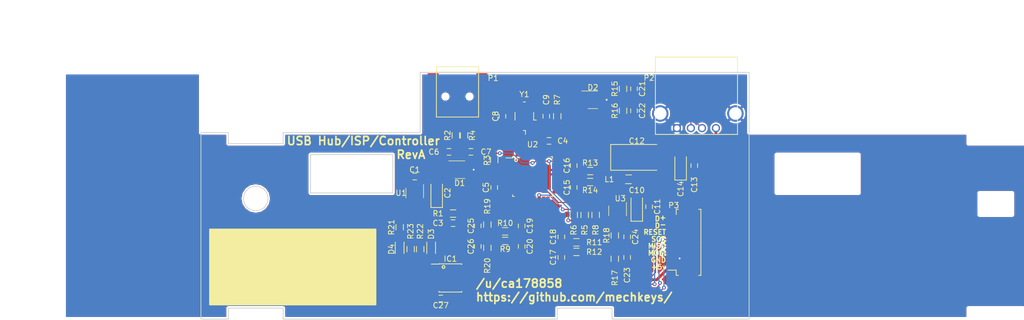
<source format=kicad_pcb>
(kicad_pcb (version 4) (host pcbnew 4.0.5)
  (layers (0 F.Cu signal hide) (31 B.Cu signal hide) (34 B.Paste user hide) (35 F.Paste user hide) (36 B.SilkS user hide) (37 F.SilkS user hide) (38 B.Mask user hide) (39 F.Mask user hide) (44 Edge.Cuts user))
  (net 0 "")
  (net 1 "Net-(U2-Pad5)")
  (net 2 +5V)
  (net 3 GND)
  (net 4 +3V3)
  (net 5 RST)
  (net 6 D0+)
  (net 7 D0-)
  (net 8 "Net-(C8-Pad1)")
  (net 9 "Net-(C9-Pad1)")
  (net 10 "Net-(C12-Pad1)")
  (net 11 VBUS3)
  (net 12 D3-)
  (net 13 D3+)
  (net 14 D2-)
  (net 15 D2+)
  (net 16 D1-)
  (net 17 D1+)
  (net 18 D3D-)
  (net 19 D3D+)
  (net 20 D2D-)
  (net 21 D2D+)
  (net 22 D1D-)
  (net 23 D1D+)
  (net 24 "Net-(D1-Pad1)")
  (net 25 "Net-(D1-Pad3)")
  (net 26 "Net-(D2-Pad1)")
  (net 27 "Net-(D2-Pad3)")
  (net 28 RESET)
  (net 29 "Net-(IC1-Pad2)")
  (net 30 "Net-(IC1-Pad3)")
  (net 31 MOSI)
  (net 32 MISO)
  (net 33 SCK)
  (net 34 D-)
  (net 35 D+)
  (net 36 "Net-(P1-Pad4)")
  (net 37 "Net-(R3-Pad1)")
  (net 38 "Net-(R5-Pad2)")
  (net 39 "Net-(R6-Pad2)")
  (net 40 "Net-(R7-Pad1)")
  (net 41 OVRCUR3)
  (net 42 "Net-(U1-Pad4)")
  (net 43 "Net-(U2-Pad9)")
  (net 44 "Net-(U2-Pad13)")
  (net 45 PWRON3)
  (net 46 "Net-(U2-Pad32)")
  (module TO_SOT_Packages_SMD:SOT-23-6_Handsoldering (layer F.Cu) (at 142.25 52.75)
    (fp_text reference D1 (at -0.05 2.45) (layer F.SilkS))
    (fp_text value SN65220)
    (pad 1 smd rect (at -1.35 -0.95) (size 1.56 0.65) (layers F.Cu F.Paste F.Mask) (net 24 "Net-(D1-Pad1)"))
    (pad 2 smd rect (at -1.35 0) (size 1.56 0.65) (layers F.Cu F.Paste F.Mask) (net 3 GND))
    (pad 3 smd rect (at -1.35 0.95) (size 1.56 0.65) (layers F.Cu F.Paste F.Mask) (net 25 "Net-(D1-Pad3)"))
    (pad 4 smd rect (at 1.35 0.95) (size 1.56 0.65) (layers F.Cu F.Paste F.Mask) (net 6 D0+))
    (pad 6 smd rect (at 1.35 -0.95) (size 1.56 0.65) (layers F.Cu F.Paste F.Mask) (net 7 D0-))
    (pad 5 smd rect (at 1.35 0) (size 1.56 0.65) (layers F.Cu F.Paste F.Mask) (net 3 GND))
  )
  (module TO_SOT_Packages_SMD:SOT-23-6_Handsoldering (layer F.Cu) (at 166.5 40)
    (fp_text reference D2 (at 0 -2.25) (layer F.SilkS))
    (fp_text value SN65220)
    (pad 1 smd rect (at -1.35 -0.95) (size 1.56 0.65) (layers F.Cu F.Paste F.Mask) (net 26 "Net-(D2-Pad1)"))
    (pad 2 smd rect (at -1.35 0) (size 1.56 0.65) (layers F.Cu F.Paste F.Mask) (net 3 GND))
    (pad 3 smd rect (at -1.35 0.95) (size 1.56 0.65) (layers F.Cu F.Paste F.Mask) (net 27 "Net-(D2-Pad3)"))
    (pad 4 smd rect (at 1.35 0.95) (size 1.56 0.65) (layers F.Cu F.Paste F.Mask) (net 19 D3D+))
    (pad 6 smd rect (at 1.35 -0.95) (size 1.56 0.65) (layers F.Cu F.Paste F.Mask) (net 18 D3D-))
    (pad 5 smd rect (at 1.35 0) (size 1.56 0.65) (layers F.Cu F.Paste F.Mask) (net 3 GND))
  )
  (module Housings_SOIC:SOIC-8_3.9x4.9mm_Pitch1.27mm (layer F.Cu) (at 140.5 72.5)
    (fp_text reference IC1 (at 0 -3.5) (layer F.SilkS))
    (fp_text value ATTINY45-S)
    (pad 1 smd rect (at -2.7 -1.905) (size 1.55 0.6) (layers F.Cu F.Paste F.Mask) (net 28 RESET))
    (pad 2 smd rect (at -2.7 -0.635) (size 1.55 0.6) (layers F.Cu F.Paste F.Mask) (net 29 "Net-(IC1-Pad2)"))
    (pad 3 smd rect (at -2.7 0.635) (size 1.55 0.6) (layers F.Cu F.Paste F.Mask) (net 30 "Net-(IC1-Pad3)"))
    (pad 4 smd rect (at -2.7 1.905) (size 1.55 0.6) (layers F.Cu F.Paste F.Mask) (net 3 GND))
    (pad 5 smd rect (at 2.7 1.905) (size 1.55 0.6) (layers F.Cu F.Paste F.Mask) (net 31 MOSI))
    (pad 6 smd rect (at 2.7 0.635) (size 1.55 0.6) (layers F.Cu F.Paste F.Mask) (net 32 MISO))
    (pad 7 smd rect (at 2.7 -0.635) (size 1.55 0.6) (layers F.Cu F.Paste F.Mask) (net 33 SCK))
    (pad 8 smd rect (at 2.7 -1.905) (size 1.55 0.6) (layers F.Cu F.Paste F.Mask) (net 2 +5V))
  )
  (module Connect:USB_Mini-B (layer F.Cu) (at 141.8001 38.55068 270)
    (fp_text reference P1 (at -2.5 -6.5 360) (layer F.SilkS))
    (fp_text value USB_OTG)
    (pad 1 smd rect (at 3.44932 -1.6002 270) (size 2.30124 0.50038) (layers F.Cu F.Paste F.Mask) (net 2 +5V))
    (pad 2 smd rect (at 3.44932 -0.8001 270) (size 2.30124 0.50038) (layers F.Cu F.Paste F.Mask) (net 34 D-))
    (pad 3 smd rect (at 3.44932 0 270) (size 2.30124 0.50038) (layers F.Cu F.Paste F.Mask) (net 35 D+))
    (pad 4 smd rect (at 3.44932 0.8001 270) (size 2.30124 0.50038) (layers F.Cu F.Paste F.Mask) (net 36 "Net-(P1-Pad4)"))
    (pad 5 smd rect (at 3.44932 1.6002 270) (size 2.30124 0.50038) (layers F.Cu F.Paste F.Mask) (net 3 GND))
    (pad 6 smd rect (at 3.35026 -4.45008 270) (size 2.49936 1.99898) (layers F.Cu F.Paste F.Mask) (net 3 GND))
    (pad 6 smd rect (at -2.14884 -4.45008 270) (size 2.49936 1.99898) (layers F.Cu F.Paste F.Mask) (net 3 GND))
    (pad 6 smd rect (at 3.35026 4.45008 270) (size 2.49936 1.99898) (layers F.Cu F.Paste F.Mask) (net 3 GND))
    (pad 6 smd rect (at -2.14884 4.45008 270) (size 2.49936 1.99898) (layers F.Cu F.Paste F.Mask) (net 3 GND))
    (pad "" np_thru_hole circle (at 0.8509 -2.19964 270) (size 0.89916 0.89916) (drill 0.89916) (layers *.Cu *.Mask))
    (pad "" np_thru_hole circle (at 0.8509 2.19964 270) (size 0.89916 0.89916) (drill 0.89916) (layers *.Cu *.Mask))
  )
  (module Connect:USB_A (layer F.Cu) (at 188.94486 45.16488 180)
    (fp_text reference P2 (at 12.19486 9.16488 180) (layer F.SilkS))
    (fp_text value USB_A)
    (pad 4 thru_hole circle (at 7.11286 -0.00212 90) (size 1.50114 1.50114) (drill 1.00076) (layers *.Cu *.Mask) (net 3 GND))
    (pad 3 thru_hole circle (at 4.57286 -0.00212 90) (size 1.50114 1.50114) (drill 1.00076) (layers *.Cu *.Mask) (net 19 D3D+))
    (pad 2 thru_hole circle (at 2.54086 -0.00212 90) (size 1.50114 1.50114) (drill 1.00076) (layers *.Cu *.Mask) (net 18 D3D-))
    (pad 1 thru_hole circle (at 0.00086 -0.00212 90) (size 1.50114 1.50114) (drill 1.00076) (layers *.Cu *.Mask) (net 11 VBUS3))
    (pad 5 thru_hole circle (at 10.16086 2.66488 90) (size 2.99974 2.99974) (drill 2.30124) (layers *.Cu *.Mask) (net 3 GND))
    (pad 5 thru_hole circle (at -3.55514 2.66488 90) (size 2.99974 2.99974) (drill 2.30124) (layers *.Cu *.Mask) (net 3 GND))
  )
  (module Connectors_Molex:Molex_PicoBlade_53261-0871_08x1.25mm_Angled (layer F.Cu) (at 182.5 66 90)
    (fp_text reference P3 (at 6.75 -1.25 180) (layer F.SilkS))
    (fp_text value CONN_01X08)
    (pad 1 smd rect (at -4.375 -1.45 90) (size 0.8 1.7) (layers F.Cu F.Paste F.Mask) (net 2 +5V))
    (pad 2 smd rect (at -3.125 -1.45 90) (size 0.8 1.7) (layers F.Cu F.Paste F.Mask) (net 3 GND))
    (pad 3 smd rect (at -1.875 -1.45 90) (size 0.8 1.7) (layers F.Cu F.Paste F.Mask) (net 31 MOSI))
    (pad 4 smd rect (at -0.625 -1.45 90) (size 0.8 1.7) (layers F.Cu F.Paste F.Mask) (net 32 MISO))
    (pad 5 smd rect (at 0.625 -1.45 90) (size 0.8 1.7) (layers F.Cu F.Paste F.Mask) (net 33 SCK))
    (pad 6 smd rect (at 1.875 -1.45 90) (size 0.8 1.7) (layers F.Cu F.Paste F.Mask) (net 28 RESET))
    (pad 7 smd rect (at 3.125 -1.45 90) (size 0.8 1.7) (layers F.Cu F.Paste F.Mask) (net 20 D2D-))
    (pad 8 smd rect (at 4.375 -1.45 90) (size 0.8 1.7) (layers F.Cu F.Paste F.Mask) (net 21 D2D+))
    (pad "" smd rect (at -6.875 1.45 90) (size 2.2 3.1) (layers F.Cu F.Paste F.Mask))
    (pad "" smd rect (at 6.875 1.45 90) (size 2.2 3.1) (layers F.Cu F.Paste F.Mask))
  )
  (module TO_SOT_Packages_SMD:SOT-23-5 (layer F.Cu) (at 134 57 270)
    (fp_text reference U1 (at 0 2.5 540) (layer F.SilkS))
    (fp_text value TPS76333)
    (pad 1 smd rect (at -1.1 -0.95 270) (size 1.06 0.65) (layers F.Cu F.Paste F.Mask) (net 2 +5V))
    (pad 2 smd rect (at -1.1 0 270) (size 1.06 0.65) (layers F.Cu F.Paste F.Mask) (net 3 GND))
    (pad 3 smd rect (at -1.1 0.95 270) (size 1.06 0.65) (layers F.Cu F.Paste F.Mask) (net 2 +5V))
    (pad 4 smd rect (at 1.1 0.95 270) (size 1.06 0.65) (layers F.Cu F.Paste F.Mask) (net 42 "Net-(U1-Pad4)"))
    (pad 5 smd rect (at 1.1 -0.95 270) (size 1.06 0.65) (layers F.Cu F.Paste F.Mask) (net 4 +3V3))
  )
  (module Housings_QFP:LQFP-32_7x7mm_Pitch0.8mm (layer F.Cu) (at 155.5 54)
    (fp_text reference U2 (at 0 -5.85) (layer F.SilkS))
    (fp_text value TUSB2036)
    (pad 1 smd rect (at -4.25 -2.8) (size 1.2 0.6) (layers F.Cu F.Paste F.Mask) (net 6 D0+))
    (pad 2 smd rect (at -4.25 -2) (size 1.2 0.6) (layers F.Cu F.Paste F.Mask) (net 7 D0-))
    (pad 3 smd rect (at -4.25 -1.2) (size 1.2 0.6) (layers F.Cu F.Paste F.Mask) (net 4 +3V3))
    (pad 4 smd rect (at -4.25 -0.4) (size 1.2 0.6) (layers F.Cu F.Paste F.Mask) (net 5 RST))
    (pad 5 smd rect (at -4.25 0.4) (size 1.2 0.6) (layers F.Cu F.Paste F.Mask) (net 1 "Net-(U2-Pad5)"))
    (pad 6 smd rect (at -4.25 1.2) (size 1.2 0.6) (layers F.Cu F.Paste F.Mask) (net 4 +3V3))
    (pad 7 smd rect (at -4.25 2) (size 1.2 0.6) (layers F.Cu F.Paste F.Mask) (net 3 GND))
    (pad 8 smd rect (at -4.25 2.8) (size 1.2 0.6) (layers F.Cu F.Paste F.Mask) (net 3 GND))
    (pad 9 smd rect (at -2.8 4.25 90) (size 1.2 0.6) (layers F.Cu F.Paste F.Mask) (net 43 "Net-(U2-Pad9)"))
    (pad 10 smd rect (at -2 4.25 90) (size 1.2 0.6) (layers F.Cu F.Paste F.Mask) (net 38 "Net-(R5-Pad2)"))
    (pad 11 smd rect (at -1.2 4.25 90) (size 1.2 0.6) (layers F.Cu F.Paste F.Mask) (net 16 D1-))
    (pad 12 smd rect (at -0.4 4.25 90) (size 1.2 0.6) (layers F.Cu F.Paste F.Mask) (net 17 D1+))
    (pad 13 smd rect (at 0.4 4.25 90) (size 1.2 0.6) (layers F.Cu F.Paste F.Mask) (net 44 "Net-(U2-Pad13)"))
    (pad 14 smd rect (at 1.2 4.25 90) (size 1.2 0.6) (layers F.Cu F.Paste F.Mask) (net 39 "Net-(R6-Pad2)"))
    (pad 15 smd rect (at 2 4.25 90) (size 1.2 0.6) (layers F.Cu F.Paste F.Mask) (net 14 D2-))
    (pad 16 smd rect (at 2.8 4.25 90) (size 1.2 0.6) (layers F.Cu F.Paste F.Mask) (net 15 D2+))
    (pad 17 smd rect (at 4.25 2.8) (size 1.2 0.6) (layers F.Cu F.Paste F.Mask) (net 45 PWRON3))
    (pad 18 smd rect (at 4.25 2) (size 1.2 0.6) (layers F.Cu F.Paste F.Mask) (net 41 OVRCUR3))
    (pad 19 smd rect (at 4.25 1.2) (size 1.2 0.6) (layers F.Cu F.Paste F.Mask) (net 12 D3-))
    (pad 20 smd rect (at 4.25 0.4) (size 1.2 0.6) (layers F.Cu F.Paste F.Mask) (net 13 D3+))
    (pad 21 smd rect (at 4.25 -0.4) (size 1.2 0.6) (layers F.Cu F.Paste F.Mask) (net 3 GND))
    (pad 22 smd rect (at 4.25 -1.2) (size 1.2 0.6) (layers F.Cu F.Paste F.Mask) (net 3 GND))
    (pad 23 smd rect (at 4.25 -2) (size 1.2 0.6) (layers F.Cu F.Paste F.Mask) (net 4 +3V3))
    (pad 24 smd rect (at 4.25 -2.8) (size 1.2 0.6) (layers F.Cu F.Paste F.Mask) (net 4 +3V3))
    (pad 25 smd rect (at 2.8 -4.25 90) (size 1.2 0.6) (layers F.Cu F.Paste F.Mask) (net 4 +3V3))
    (pad 26 smd rect (at 2 -4.25 90) (size 1.2 0.6) (layers F.Cu F.Paste F.Mask) (net 4 +3V3))
    (pad 27 smd rect (at 1.2 -4.25 90) (size 1.2 0.6) (layers F.Cu F.Paste F.Mask) (net 37 "Net-(R3-Pad1)"))
    (pad 28 smd rect (at 0.4 -4.25 90) (size 1.2 0.6) (layers F.Cu F.Paste F.Mask) (net 3 GND))
    (pad 29 smd rect (at -0.4 -4.25 90) (size 1.2 0.6) (layers F.Cu F.Paste F.Mask) (net 40 "Net-(R7-Pad1)"))
    (pad 30 smd rect (at -1.2 -4.25 90) (size 1.2 0.6) (layers F.Cu F.Paste F.Mask) (net 8 "Net-(C8-Pad1)"))
    (pad 31 smd rect (at -2 -4.25 90) (size 1.2 0.6) (layers F.Cu F.Paste F.Mask) (net 3 GND))
    (pad 32 smd rect (at -2.8 -4.25 90) (size 1.2 0.6) (layers F.Cu F.Paste F.Mask) (net 46 "Net-(U2-Pad32)"))
  )
  (module TO_SOT_Packages_SMD:SOT-23-5 (layer F.Cu) (at 171 60.25 270)
    (fp_text reference U3 (at -2.25 -0.5 540) (layer F.SilkS))
    (fp_text value TPS2041B)
    (pad 1 smd rect (at -1.1 -0.95 270) (size 1.06 0.65) (layers F.Cu F.Paste F.Mask) (net 10 "Net-(C12-Pad1)"))
    (pad 2 smd rect (at -1.1 0 270) (size 1.06 0.65) (layers F.Cu F.Paste F.Mask) (net 3 GND))
    (pad 3 smd rect (at -1.1 0.95 270) (size 1.06 0.65) (layers F.Cu F.Paste F.Mask) (net 41 OVRCUR3))
    (pad 4 smd rect (at 1.1 0.95 270) (size 1.06 0.65) (layers F.Cu F.Paste F.Mask) (net 45 PWRON3))
    (pad 5 smd rect (at 1.1 -0.95 270) (size 1.06 0.65) (layers F.Cu F.Paste F.Mask) (net 2 +5V))
  )
  (module Crystals:Crystal_SMD_5032_4Pads (layer F.Cu) (at 154 43 90)
    (fp_text reference Y1 (at 4 0 180) (layer F.SilkS))
    (fp_text value Crystal_GND3)
    (pad 1 smd rect (at -2 1.2 90) (size 2 1.3) (layers F.Cu F.Paste F.Mask) (net 8 "Net-(C8-Pad1)"))
    (pad 3 smd rect (at 2 1.2 90) (size 2 1.3) (layers F.Cu F.Paste F.Mask) (net 3 GND))
    (pad 2 smd rect (at 2 -1.2 90) (size 2 1.3) (layers F.Cu F.Paste F.Mask) (net 9 "Net-(C9-Pad1)"))
    (pad 3 smd rect (at -2 -1.2 90) (size 2 1.3) (layers F.Cu F.Paste F.Mask) (net 3 GND))
  )
  (module Capacitors_SMD:C_0603_HandSoldering (layer F.Cu) (at 134 54)
    (fp_text reference C1 (at 0 -1.25) (layer F.SilkS))
    (fp_text value 1µF)
    (pad 1 smd rect (at -0.95 0) (size 1.2 0.75) (layers F.Cu F.Paste F.Mask) (net 2 +5V))
    (pad 2 smd rect (at 0.95 0) (size 1.2 0.75) (layers F.Cu F.Paste F.Mask) (net 3 GND))
  )
  (module Capacitors_SMD:C_0603_HandSoldering (layer F.Cu) (at 141 62.5 180)
    (fp_text reference C3 (at 2.75 0 180) (layer F.SilkS))
    (fp_text value 1µF)
    (pad 1 smd rect (at -0.95 0 180) (size 1.2 0.75) (layers F.Cu F.Paste F.Mask) (net 5 RST))
    (pad 2 smd rect (at 0.95 0 180) (size 1.2 0.75) (layers F.Cu F.Paste F.Mask) (net 3 GND))
  )
  (module Capacitors_SMD:C_0603_HandSoldering (layer F.Cu) (at 158.5 47.5 180)
    (fp_text reference C4 (at -2.5 0 180) (layer F.SilkS))
    (fp_text value 0.1µF)
    (pad 1 smd rect (at -0.95 0 180) (size 1.2 0.75) (layers F.Cu F.Paste F.Mask) (net 4 +3V3))
    (pad 2 smd rect (at 0.95 0 180) (size 1.2 0.75) (layers F.Cu F.Paste F.Mask) (net 3 GND))
  )
  (module Capacitors_SMD:C_0603_HandSoldering (layer F.Cu) (at 148.5 56 270)
    (fp_text reference C5 (at 0 1.5 270) (layer F.SilkS))
    (fp_text value 0.01µF)
    (pad 1 smd rect (at -0.95 0 270) (size 1.2 0.75) (layers F.Cu F.Paste F.Mask) (net 4 +3V3))
    (pad 2 smd rect (at 0.95 0 270) (size 1.2 0.75) (layers F.Cu F.Paste F.Mask) (net 3 GND))
  )
  (module Capacitors_SMD:C_0603_HandSoldering (layer F.Cu) (at 140.25 49.5 180)
    (fp_text reference C6 (at 2.75 0 180) (layer F.SilkS))
    (fp_text value 20pF)
    (pad 1 smd rect (at -0.95 0 180) (size 1.2 0.75) (layers F.Cu F.Paste F.Mask) (net 6 D0+))
    (pad 2 smd rect (at 0.95 0 180) (size 1.2 0.75) (layers F.Cu F.Paste F.Mask) (net 3 GND))
  )
  (module Capacitors_SMD:C_0603_HandSoldering (layer F.Cu) (at 144.25 49.5)
    (fp_text reference C7 (at 2.75 0) (layer F.SilkS))
    (fp_text value 20pF)
    (pad 1 smd rect (at -0.95 0) (size 1.2 0.75) (layers F.Cu F.Paste F.Mask) (net 7 D0-))
    (pad 2 smd rect (at 0.95 0) (size 1.2 0.75) (layers F.Cu F.Paste F.Mask) (net 3 GND))
  )
  (module Capacitors_SMD:C_0603_HandSoldering (layer F.Cu) (at 150 43 90)
    (fp_text reference C8 (at 0 -1.25 90) (layer F.SilkS))
    (fp_text value C)
    (pad 1 smd rect (at -0.95 0 90) (size 1.2 0.75) (layers F.Cu F.Paste F.Mask) (net 8 "Net-(C8-Pad1)"))
    (pad 2 smd rect (at 0.95 0 90) (size 1.2 0.75) (layers F.Cu F.Paste F.Mask) (net 3 GND))
  )
  (module Capacitors_SMD:C_0603_HandSoldering (layer F.Cu) (at 158 43 270)
    (fp_text reference C9 (at -3 0 270) (layer F.SilkS))
    (fp_text value C)
    (pad 1 smd rect (at -0.95 0 270) (size 1.2 0.75) (layers F.Cu F.Paste F.Mask) (net 9 "Net-(C9-Pad1)"))
    (pad 2 smd rect (at 0.95 0 270) (size 1.2 0.75) (layers F.Cu F.Paste F.Mask) (net 3 GND))
  )
  (module Capacitors_Tantalum_SMD:Tantalum_Case-S_EIA-3216-12_Reflow (layer F.Cu) (at 174.5 59.5 90)
    (fp_text reference C10 (at 3 0 180) (layer F.SilkS))
    (fp_text value 4.7µF)
    (pad 1 smd rect (at -1.375 0 90) (size 1.95 1.5) (layers F.Cu F.Paste F.Mask) (net 2 +5V))
    (pad 2 smd rect (at 1.375 0 90) (size 1.95 1.5) (layers F.Cu F.Paste F.Mask) (net 3 GND))
  )
  (module Capacitors_SMD:C_0603_HandSoldering (layer F.Cu) (at 176.75 59.5 90)
    (fp_text reference C11 (at 0 1.5 90) (layer F.SilkS))
    (fp_text value 0.1µF)
    (pad 1 smd rect (at -0.95 0 90) (size 1.2 0.75) (layers F.Cu F.Paste F.Mask) (net 2 +5V))
    (pad 2 smd rect (at 0.95 0 90) (size 1.2 0.75) (layers F.Cu F.Paste F.Mask) (net 3 GND))
  )
  (module Capacitors_Tantalum_SMD:Tantalum_Case-X_EIA-7343-43_Reflow (layer F.Cu) (at 174.5 50.5)
    (fp_text reference C12 (at 0 -3) (layer F.SilkS))
    (fp_text value 220µF)
    (pad 1 smd rect (at -3.175 0) (size 2.55 2.7) (layers F.Cu F.Paste F.Mask) (net 10 "Net-(C12-Pad1)"))
    (pad 2 smd rect (at 3.175 0) (size 2.55 2.7) (layers F.Cu F.Paste F.Mask) (net 3 GND))
  )
  (module Capacitors_SMD:C_0603_HandSoldering (layer F.Cu) (at 185 52 90)
    (fp_text reference C13 (at -3.5 0 90) (layer F.SilkS))
    (fp_text value 0.01µF)
    (pad 1 smd rect (at -0.95 0 90) (size 1.2 0.75) (layers F.Cu F.Paste F.Mask) (net 11 VBUS3))
    (pad 2 smd rect (at 0.95 0 90) (size 1.2 0.75) (layers F.Cu F.Paste F.Mask) (net 3 GND))
  )
  (module Capacitors_Tantalum_SMD:Tantalum_Case-S_EIA-3216-12_Reflow (layer F.Cu) (at 182.5 52 90)
    (fp_text reference C14 (at -4.25 0 90) (layer F.SilkS))
    (fp_text value 47µF)
    (pad 1 smd rect (at -1.375 0 90) (size 1.95 1.5) (layers F.Cu F.Paste F.Mask) (net 11 VBUS3))
    (pad 2 smd rect (at 1.375 0 90) (size 1.95 1.5) (layers F.Cu F.Paste F.Mask) (net 3 GND))
  )
  (module Capacitors_SMD:C_0603_HandSoldering (layer F.Cu) (at 163 56 270)
    (fp_text reference C15 (at 0 1.25 270) (layer F.SilkS))
    (fp_text value 22pF)
    (pad 1 smd rect (at -0.95 0 270) (size 1.2 0.75) (layers F.Cu F.Paste F.Mask) (net 12 D3-))
    (pad 2 smd rect (at 0.95 0 270) (size 1.2 0.75) (layers F.Cu F.Paste F.Mask) (net 3 GND))
  )
  (module Capacitors_SMD:C_0603_HandSoldering (layer F.Cu) (at 163 52 90)
    (fp_text reference C16 (at 0 -1.25 90) (layer F.SilkS))
    (fp_text value 22pF)
    (pad 1 smd rect (at -0.95 0 90) (size 1.2 0.75) (layers F.Cu F.Paste F.Mask) (net 13 D3+))
    (pad 2 smd rect (at 0.95 0 90) (size 1.2 0.75) (layers F.Cu F.Paste F.Mask) (net 3 GND))
  )
  (module Capacitors_SMD:C_0603_HandSoldering (layer F.Cu) (at 160.75 68.75 270)
    (fp_text reference C17 (at 0 1.5 270) (layer F.SilkS))
    (fp_text value 22pF)
    (pad 1 smd rect (at -0.95 0 270) (size 1.2 0.75) (layers F.Cu F.Paste F.Mask) (net 14 D2-))
    (pad 2 smd rect (at 0.95 0 270) (size 1.2 0.75) (layers F.Cu F.Paste F.Mask) (net 3 GND))
  )
  (module Capacitors_SMD:C_0603_HandSoldering (layer F.Cu) (at 160.75 65 90)
    (fp_text reference C18 (at 0 -1.5 90) (layer F.SilkS))
    (fp_text value 22pF)
    (pad 1 smd rect (at -0.95 0 90) (size 1.2 0.75) (layers F.Cu F.Paste F.Mask) (net 15 D2+))
    (pad 2 smd rect (at 0.95 0 90) (size 1.2 0.75) (layers F.Cu F.Paste F.Mask) (net 3 GND))
  )
  (module Capacitors_SMD:C_0603_HandSoldering (layer F.Cu) (at 153.5 63 90)
    (fp_text reference C19 (at 0 1.5 90) (layer F.SilkS))
    (fp_text value 22pF)
    (pad 1 smd rect (at -0.95 0 90) (size 1.2 0.75) (layers F.Cu F.Paste F.Mask) (net 16 D1-))
    (pad 2 smd rect (at 0.95 0 90) (size 1.2 0.75) (layers F.Cu F.Paste F.Mask) (net 3 GND))
  )
  (module Capacitors_SMD:C_0603_HandSoldering (layer F.Cu) (at 153.5 66.75 270)
    (fp_text reference C20 (at 0 -1.5 270) (layer F.SilkS))
    (fp_text value 22pF)
    (pad 1 smd rect (at -0.95 0 270) (size 1.2 0.75) (layers F.Cu F.Paste F.Mask) (net 17 D1+))
    (pad 2 smd rect (at 0.95 0 270) (size 1.2 0.75) (layers F.Cu F.Paste F.Mask) (net 3 GND))
  )
  (module Capacitors_SMD:C_0603_HandSoldering (layer F.Cu) (at 174 38 90)
    (fp_text reference C21 (at 0 1.5 90) (layer F.SilkS))
    (fp_text value 47pF)
    (pad 1 smd rect (at -0.95 0 90) (size 1.2 0.75) (layers F.Cu F.Paste F.Mask) (net 18 D3D-))
    (pad 2 smd rect (at 0.95 0 90) (size 1.2 0.75) (layers F.Cu F.Paste F.Mask) (net 3 GND))
  )
  (module Capacitors_SMD:C_0603_HandSoldering (layer F.Cu) (at 174 42 270)
    (fp_text reference C22 (at 0 -1.5 270) (layer F.SilkS))
    (fp_text value 47pF)
    (pad 1 smd rect (at -0.95 0 270) (size 1.2 0.75) (layers F.Cu F.Paste F.Mask) (net 19 D3D+))
    (pad 2 smd rect (at 0.95 0 270) (size 1.2 0.75) (layers F.Cu F.Paste F.Mask) (net 3 GND))
  )
  (module Capacitors_SMD:C_0603_HandSoldering (layer F.Cu) (at 172.75 68.75 270)
    (fp_text reference C23 (at 3.25 0 270) (layer F.SilkS))
    (fp_text value 47pF)
    (pad 1 smd rect (at -0.95 0 270) (size 1.2 0.75) (layers F.Cu F.Paste F.Mask) (net 20 D2D-))
    (pad 2 smd rect (at 0.95 0 270) (size 1.2 0.75) (layers F.Cu F.Paste F.Mask) (net 3 GND))
  )
  (module Capacitors_SMD:C_0603_HandSoldering (layer F.Cu) (at 172.75 65 90)
    (fp_text reference C24 (at 0 1.5 90) (layer F.SilkS))
    (fp_text value 47pF)
    (pad 1 smd rect (at -0.95 0 90) (size 1.2 0.75) (layers F.Cu F.Paste F.Mask) (net 21 D2D+))
    (pad 2 smd rect (at 0.95 0 90) (size 1.2 0.75) (layers F.Cu F.Paste F.Mask) (net 3 GND))
  )
  (module Capacitors_SMD:C_0603_HandSoldering (layer F.Cu) (at 145.5 63 90)
    (fp_text reference C25 (at 0 -1.25 90) (layer F.SilkS))
    (fp_text value 47pF)
    (pad 1 smd rect (at -0.95 0 90) (size 1.2 0.75) (layers F.Cu F.Paste F.Mask) (net 22 D1D-))
    (pad 2 smd rect (at 0.95 0 90) (size 1.2 0.75) (layers F.Cu F.Paste F.Mask) (net 3 GND))
  )
  (module Capacitors_SMD:C_0603_HandSoldering (layer F.Cu) (at 145.5 66.75 270)
    (fp_text reference C26 (at 0 1.25 270) (layer F.SilkS))
    (fp_text value 47pF)
    (pad 1 smd rect (at -0.95 0 270) (size 1.2 0.75) (layers F.Cu F.Paste F.Mask) (net 23 D1D+))
    (pad 2 smd rect (at 0.95 0 270) (size 1.2 0.75) (layers F.Cu F.Paste F.Mask) (net 3 GND))
  )
  (module Capacitors_SMD:C_0603_HandSoldering (layer F.Cu) (at 138.75 76.25 180)
    (fp_text reference C27 (at 0 -1.25 180) (layer F.SilkS))
    (fp_text value 0.1µF)
    (pad 1 smd rect (at -0.95 0 180) (size 1.2 0.75) (layers F.Cu F.Paste F.Mask) (net 2 +5V))
    (pad 2 smd rect (at 0.95 0 180) (size 1.2 0.75) (layers F.Cu F.Paste F.Mask) (net 3 GND))
  )
  (module Diodes_SMD:SOD-323_HandSoldering (layer F.Cu) (at 137 67.25 270)
    (fp_text reference D3 (at -2.75 0 270) (layer F.SilkS))
    (fp_text value D_Zener)
    (pad 1 smd rect (at -1.25 0 270) (size 1 1) (layers F.Cu F.Paste F.Mask) (net 23 D1D+))
    (pad 2 smd rect (at 1.25 0 270) (size 1 1) (layers F.Cu F.Paste F.Mask) (net 3 GND))
  )
  (module Diodes_SMD:SOD-323_HandSoldering (layer F.Cu) (at 131.25 67.25 270)
    (fp_text reference D4 (at 0 1.5 270) (layer F.SilkS))
    (fp_text value D_Zener)
    (pad 1 smd rect (at -1.25 0 270) (size 1 1) (layers F.Cu F.Paste F.Mask) (net 22 D1D-))
    (pad 2 smd rect (at 1.25 0 270) (size 1 1) (layers F.Cu F.Paste F.Mask) (net 3 GND))
  )
  (module Resistors_SMD:R_0603_HandSoldering (layer F.Cu) (at 150.5 65.75 180)
    (fp_text reference R9 (at 0 -1.5 180) (layer F.SilkS))
    (fp_text value 30)
    (pad 1 smd rect (at -1.1 0 180) (size 1.2 0.9) (layers F.Cu F.Paste F.Mask) (net 17 D1+))
    (pad 2 smd rect (at 1.1 0 180) (size 1.2 0.9) (layers F.Cu F.Paste F.Mask) (net 23 D1D+))
  )
  (module Resistors_SMD:R_0603_HandSoldering (layer F.Cu) (at 150.5 64 180)
    (fp_text reference R10 (at 0 1.5 180) (layer F.SilkS))
    (fp_text value 30)
    (pad 1 smd rect (at -1.1 0 180) (size 1.2 0.9) (layers F.Cu F.Paste F.Mask) (net 16 D1-))
    (pad 2 smd rect (at 1.1 0 180) (size 1.2 0.9) (layers F.Cu F.Paste F.Mask) (net 22 D1D-))
  )
  (module Resistors_SMD:R_0603_HandSoldering (layer F.Cu) (at 163.5 66)
    (fp_text reference R11 (at 3.25 0) (layer F.SilkS))
    (fp_text value 30)
    (pad 1 smd rect (at -1.1 0) (size 1.2 0.9) (layers F.Cu F.Paste F.Mask) (net 15 D2+))
    (pad 2 smd rect (at 1.1 0) (size 1.2 0.9) (layers F.Cu F.Paste F.Mask) (net 21 D2D+))
  )
  (module Resistors_SMD:R_0603_HandSoldering (layer F.Cu) (at 163.5 67.75)
    (fp_text reference R12 (at 3.25 0) (layer F.SilkS))
    (fp_text value 30)
    (pad 1 smd rect (at -1.1 0) (size 1.2 0.9) (layers F.Cu F.Paste F.Mask) (net 14 D2-))
    (pad 2 smd rect (at 1.1 0) (size 1.2 0.9) (layers F.Cu F.Paste F.Mask) (net 20 D2D-))
  )
  (module Resistors_SMD:R_0603_HandSoldering (layer F.Cu) (at 166 53)
    (fp_text reference R13 (at 0 -1.5) (layer F.SilkS))
    (fp_text value 30)
    (pad 1 smd rect (at -1.1 0) (size 1.2 0.9) (layers F.Cu F.Paste F.Mask) (net 13 D3+))
    (pad 2 smd rect (at 1.1 0) (size 1.2 0.9) (layers F.Cu F.Paste F.Mask) (net 19 D3D+))
  )
  (module Resistors_SMD:R_0603_HandSoldering (layer F.Cu) (at 166 55)
    (fp_text reference R14 (at 0 1.5) (layer F.SilkS))
    (fp_text value 30)
    (pad 1 smd rect (at -1.1 0) (size 1.2 0.9) (layers F.Cu F.Paste F.Mask) (net 12 D3-))
    (pad 2 smd rect (at 1.1 0) (size 1.2 0.9) (layers F.Cu F.Paste F.Mask) (net 18 D3D-))
  )
  (module Resistors_SMD:R_0603_HandSoldering (layer F.Cu) (at 172 38 90)
    (fp_text reference R15 (at 0 -1.5 90) (layer F.SilkS))
    (fp_text value 15k)
    (pad 1 smd rect (at -1.1 0 90) (size 1.2 0.9) (layers F.Cu F.Paste F.Mask) (net 18 D3D-))
    (pad 2 smd rect (at 1.1 0 90) (size 1.2 0.9) (layers F.Cu F.Paste F.Mask) (net 3 GND))
  )
  (module Resistors_SMD:R_0603_HandSoldering (layer F.Cu) (at 172 42 270)
    (fp_text reference R16 (at 0 1.5 270) (layer F.SilkS))
    (fp_text value 15k)
    (pad 1 smd rect (at -1.1 0 270) (size 1.2 0.9) (layers F.Cu F.Paste F.Mask) (net 19 D3D+))
    (pad 2 smd rect (at 1.1 0 270) (size 1.2 0.9) (layers F.Cu F.Paste F.Mask) (net 3 GND))
  )
  (module Resistors_SMD:R_0603_HandSoldering (layer F.Cu) (at 170.5 69 270)
    (fp_text reference R17 (at 3.5 0 270) (layer F.SilkS))
    (fp_text value 15k)
    (pad 1 smd rect (at -1.1 0 270) (size 1.2 0.9) (layers F.Cu F.Paste F.Mask) (net 20 D2D-))
    (pad 2 smd rect (at 1.1 0 270) (size 1.2 0.9) (layers F.Cu F.Paste F.Mask) (net 3 GND))
  )
  (module Resistors_SMD:R_0603_HandSoldering (layer F.Cu) (at 170.5 64.75 90)
    (fp_text reference R18 (at 0 -1.5 90) (layer F.SilkS))
    (fp_text value 15k)
    (pad 1 smd rect (at -1.1 0 90) (size 1.2 0.9) (layers F.Cu F.Paste F.Mask) (net 21 D2D+))
    (pad 2 smd rect (at 1.1 0 90) (size 1.2 0.9) (layers F.Cu F.Paste F.Mask) (net 3 GND))
  )
  (module Resistors_SMD:R_0603_HandSoldering (layer F.Cu) (at 147.25 62.75 90)
    (fp_text reference R19 (at 3.311799 0 90) (layer F.SilkS))
    (fp_text value 15k)
    (pad 1 smd rect (at -1.1 0 90) (size 1.2 0.9) (layers F.Cu F.Paste F.Mask) (net 22 D1D-))
    (pad 2 smd rect (at 1.1 0 90) (size 1.2 0.9) (layers F.Cu F.Paste F.Mask) (net 3 GND))
  )
  (module Resistors_SMD:R_0603_HandSoldering (layer F.Cu) (at 147.25 67 270)
    (fp_text reference R20 (at 3.25 0 270) (layer F.SilkS))
    (fp_text value 15k)
    (pad 1 smd rect (at -1.1 0 270) (size 1.2 0.9) (layers F.Cu F.Paste F.Mask) (net 23 D1D+))
    (pad 2 smd rect (at 1.1 0 270) (size 1.2 0.9) (layers F.Cu F.Paste F.Mask) (net 3 GND))
  )
  (module Capacitors_Tantalum_SMD:Tantalum_Case-S_EIA-3216-12_Reflow (layer F.Cu) (at 138 57 90)
    (fp_text reference C2 (at 0 2 90) (layer F.SilkS))
    (fp_text value 4.7µF)
    (pad 1 smd rect (at -1.375 0 90) (size 1.95 1.5) (layers F.Cu F.Paste F.Mask) (net 4 +3V3))
    (pad 2 smd rect (at 1.375 0 90) (size 1.95 1.5) (layers F.Cu F.Paste F.Mask) (net 3 GND))
  )
  (module Choke_SMD:Choke_SMD_1206_Standard (layer F.Cu) (at 173 54.5 180)
    (fp_text reference L1 (at 3.5 0 180) (layer F.SilkS))
    (fp_text value Ferrite_Bead_Small)
    (pad 1 smd rect (at -1.80086 0 180) (size 1.6002 1.19888) (layers F.Cu F.Paste F.Mask) (net 11 VBUS3))
    (pad 2 smd rect (at 1.80086 0 180) (size 1.6002 1.19888) (layers F.Cu F.Paste F.Mask) (net 10 "Net-(C12-Pad1)"))
  )
  (module Resistors_SMD:R_0603_HandSoldering (layer F.Cu) (at 160 43 90)
    (fp_text reference R7 (at 3 0 90) (layer F.SilkS))
    (fp_text value R)
    (pad 1 smd rect (at -1.1 0 90) (size 1.2 0.9) (layers F.Cu F.Paste F.Mask) (net 40 "Net-(R7-Pad1)"))
    (pad 2 smd rect (at 1.1 0 90) (size 1.2 0.9) (layers F.Cu F.Paste F.Mask) (net 9 "Net-(C9-Pad1)"))
  )
  (module Resistors_SMD:R_0603_HandSoldering (layer F.Cu) (at 141 60.75 180)
    (fp_text reference R1 (at 2.75 0 180) (layer F.SilkS))
    (fp_text value 15k)
    (pad 1 smd rect (at -1.1 0 180) (size 1.2 0.9) (layers F.Cu F.Paste F.Mask) (net 5 RST))
    (pad 2 smd rect (at 1.1 0 180) (size 1.2 0.9) (layers F.Cu F.Paste F.Mask) (net 4 +3V3))
  )
  (module Resistors_SMD:R_0603_HandSoldering (layer F.Cu) (at 141.5 46.5 90)
    (fp_text reference R2 (at 0 -1.5 90) (layer F.SilkS))
    (fp_text value 30)
    (pad 1 smd rect (at -1.1 0 90) (size 1.2 0.9) (layers F.Cu F.Paste F.Mask) (net 6 D0+))
    (pad 2 smd rect (at 1.1 0 90) (size 1.2 0.9) (layers F.Cu F.Paste F.Mask) (net 35 D+))
  )
  (module Resistors_SMD:R_0603_HandSoldering (layer F.Cu) (at 143 46.5 90)
    (fp_text reference R4 (at 0 1.5 90) (layer F.SilkS))
    (fp_text value 30)
    (pad 1 smd rect (at -1.1 0 90) (size 1.2 0.9) (layers F.Cu F.Paste F.Mask) (net 7 D0-))
    (pad 2 smd rect (at 1.1 0 90) (size 1.2 0.9) (layers F.Cu F.Paste F.Mask) (net 34 D-))
  )
  (module Resistors_SMD:R_0603_HandSoldering (layer F.Cu) (at 165 61 90)
    (fp_text reference R5 (at -2.75 0 90) (layer F.SilkS))
    (fp_text value 15k)
    (pad 1 smd rect (at -1.1 0 90) (size 1.2 0.9) (layers F.Cu F.Paste F.Mask) (net 4 +3V3))
    (pad 2 smd rect (at 1.1 0 90) (size 1.2 0.9) (layers F.Cu F.Paste F.Mask) (net 38 "Net-(R5-Pad2)"))
  )
  (module Resistors_SMD:R_0603_HandSoldering (layer F.Cu) (at 163 61 90)
    (fp_text reference R6 (at -2.75 0 90) (layer F.SilkS))
    (fp_text value 15k)
    (pad 1 smd rect (at -1.1 0 90) (size 1.2 0.9) (layers F.Cu F.Paste F.Mask) (net 4 +3V3))
    (pad 2 smd rect (at 1.1 0 90) (size 1.2 0.9) (layers F.Cu F.Paste F.Mask) (net 39 "Net-(R6-Pad2)"))
  )
  (module Resistors_SMD:R_0603_HandSoldering (layer F.Cu) (at 167 61 270)
    (fp_text reference R8 (at 2.75 0 270) (layer F.SilkS))
    (fp_text value 15k)
    (pad 1 smd rect (at -1.1 0 270) (size 1.2 0.9) (layers F.Cu F.Paste F.Mask) (net 41 OVRCUR3))
    (pad 2 smd rect (at 1.1 0 270) (size 1.2 0.9) (layers F.Cu F.Paste F.Mask) (net 4 +3V3))
  )
  (module Resistors_SMD:R_0603_HandSoldering (layer F.Cu) (at 135 67.25 270)
    (fp_text reference R22 (at -3.25 0 270) (layer F.SilkS))
    (fp_text value 68)
    (pad 1 smd rect (at -1.1 0 270) (size 1.2 0.9) (layers F.Cu F.Paste F.Mask) (net 23 D1D+))
    (pad 2 smd rect (at 1.1 0 270) (size 1.2 0.9) (layers F.Cu F.Paste F.Mask) (net 29 "Net-(IC1-Pad2)"))
  )
  (module Resistors_SMD:R_0603_HandSoldering (layer F.Cu) (at 133.25 67.25 270)
    (fp_text reference R23 (at -3.25 0 270) (layer F.SilkS))
    (fp_text value 68)
    (pad 1 smd rect (at -1.1 0 270) (size 1.2 0.9) (layers F.Cu F.Paste F.Mask) (net 22 D1D-))
    (pad 2 smd rect (at 1.1 0 270) (size 1.2 0.9) (layers F.Cu F.Paste F.Mask) (net 30 "Net-(IC1-Pad3)"))
  )
  (module Resistors_SMD:R_0603_HandSoldering (layer F.Cu) (at 131.25 63.25 90)
    (fp_text reference R21 (at 0 -1.5 90) (layer F.SilkS))
    (fp_text value 1.7k)
    (pad 1 smd rect (at -1.1 0 90) (size 1.2 0.9) (layers F.Cu F.Paste F.Mask) (net 22 D1D-))
    (pad 2 smd rect (at 1.1 0 90) (size 1.2 0.9) (layers F.Cu F.Paste F.Mask) (net 2 +5V))
  )
  (module Resistors_SMD:R_0603_HandSoldering (layer F.Cu) (at 148.5 51 270)
    (fp_text reference R3 (at 0.05 1.3 270) (layer F.SilkS))
    (fp_text value 1.5k)
    (pad 1 smd rect (at -1.1 0 270) (size 1.2 0.9) (layers F.Cu F.Paste F.Mask) (net 37 "Net-(R3-Pad1)"))
    (pad 2 smd rect (at 1.1 0 270) (size 1.2 0.9) (layers F.Cu F.Paste F.Mask) (net 6 D0+))
  )
  (gr_line (start 95 80) (end 100 80) (layer Edge.Cuts) (width 0.15))
  (gr_text RevA (at 130.5 50) (layer F.SilkS) (effects (font (size 1.5 1.5) (thickness 0.3)) (justify left)))
  (gr_text +5v (at 179.956 70.494) (layer F.SilkS) (effects (font (size 0.9 0.9) (thickness 0.2)) (justify right)))
  (gr_text GND (at 179.956 69.224) (layer F.SilkS) (effects (font (size 0.9 0.9) (thickness 0.2)) (justify right)))
  (gr_text MOSI (at 179.956 67.954) (layer F.SilkS) (effects (font (size 0.9 0.9) (thickness 0.2)) (justify right)))
  (gr_text MISO (at 179.956 66.684) (layer F.SilkS) (effects (font (size 0.9 0.9) (thickness 0.2)) (justify right)))
  (gr_text SCK (at 179.956 65.414) (layer F.SilkS) (effects (font (size 0.9 0.9) (thickness 0.2)) (justify right)))
  (gr_text RESET (at 179.956 64.144) (layer F.SilkS) (effects (font (size 0.9 0.9) (thickness 0.2)) (justify right)))
  (gr_text D- (at 179.956 62.874 180) (layer F.SilkS) (effects (font (size 0.9 0.9) (thickness 0.2)) (justify right mirror)))
  (gr_text D+ (at 179.956 61.604 180) (layer F.SilkS) (effects (font (size 0.9 0.9) (thickness 0.2)) (justify right mirror)))
  (gr_text /u/ca178858 (at 145 73.5) (layer F.SilkS) (effects (font (size 1.5 1.5) (thickness 0.3)) (justify left)))
  (gr_text https://github.com/mechkeys/ (at 145 76) (layer F.SilkS) (effects (font (size 1.5 1.5) (thickness 0.3)) (justify left)))
  (gr_text "USB Hub/ISP/Controller" (at 110.5 47.5) (layer F.SilkS) (effects (font (size 1.5 1.5) (thickness 0.3)) (justify left)))
  (gr_line (start 170 80) (end 195 80) (layer Edge.Cuts) (width 0.15))
  (gr_line (start 110 80) (end 160 80) (layer Edge.Cuts) (width 0.15))
  (gr_line (start 160 78) (end 170 78) (layer Edge.Cuts) (width 0.15))
  (gr_line (start 115 57) (end 115 50) (layer Edge.Cuts) (width 0.15))
  (gr_line (start 130 50) (end 130 57) (layer Edge.Cuts) (width 0.15))
  (gr_line (start 130 50) (end 115 50) (layer Edge.Cuts) (width 0.15))
  (gr_line (start 130 57) (end 115 57) (layer Edge.Cuts) (width 0.15))
  (gr_circle (center 105 58) (end 107 59) (layer Edge.Cuts) (width 0.15))
  (gr_line (start 170 80) (end 170 78) (layer Edge.Cuts) (width 0.15))
  (gr_line (start 160 80) (end 160 78) (layer Edge.Cuts) (width 0.15))
  (gr_line (start 110 78) (end 110 80) (layer Edge.Cuts) (width 0.15))
  (gr_line (start 100 78) (end 110 78) (layer Edge.Cuts) (width 0.15))
  (gr_line (start 100 80) (end 100 78) (layer Edge.Cuts) (width 0.15))
  (gr_line (start 100 46) (end 95 46) (layer Edge.Cuts) (width 0.15))
  (gr_line (start 100 48) (end 100 46) (layer Edge.Cuts) (width 0.15))
  (gr_line (start 110 48) (end 100 48) (layer Edge.Cuts) (width 0.15))
  (gr_line (start 110 48) (end 110 46) (layer Edge.Cuts) (width 0.15))
  (gr_line (start 95 46) (end 95 80) (layer Edge.Cuts) (width 0.15))
  (gr_line (start 135 46) (end 110 46) (layer Edge.Cuts) (width 0.15))
  (gr_line (start 195 35) (end 195 80) (layer Edge.Cuts) (width 0.15))
  (gr_line (start 135 46) (end 135 35) (layer Edge.Cuts) (width 0.15))
  (gr_circle (center 152.5 51) (end 152.75 51) (layer F.SilkS) (width 0.2))
  (gr_circle (center 139.25 70.5) (end 139.5 70.5) (layer F.SilkS) (width 0.2))
  (gr_line (start 135 35) (end 195 35) (layer Edge.Cuts) (width 0.15))
  (segment (start 139.7 76.25) (end 141.956674 73.993326) (width 0.508) (layer F.Cu) (net 2))
  (segment (start 141.956674 73.993326) (end 141.956674 70.843326) (width 0.508) (layer F.Cu) (net 2))
  (segment (start 141.956674 70.843326) (end 142.263691 70.536309) (width 0.508) (layer F.Cu) (net 2))
  (segment (start 142.263691 70.536309) (end 143.141309 70.536309) (width 0.508) (layer F.Cu) (net 2))
  (segment (start 143.141309 70.536309) (end 143.2 70.595) (width 0.508) (layer F.Cu) (net 2))
  (segment (start 129.905 62) (end 129.905 61.6) (width 0.508) (layer F.Cu) (net 2))
  (segment (start 129.905 61.6) (end 129.905 59.25) (width 0.508) (layer F.Cu) (net 2))
  (segment (start 139.7 76.25) (end 139.475 76.25) (width 0.508) (layer F.Cu) (net 2))
  (segment (start 139.475 76.25) (end 138.592 77.133) (width 0.508) (layer F.Cu) (net 2))
  (segment (start 138.592 77.133) (end 136.907898 77.133) (width 0.508) (layer F.Cu) (net 2))
  (segment (start 129.905 70.130102) (end 129.905 61.6) (width 0.508) (layer F.Cu) (net 2))
  (segment (start 136.907898 77.133) (end 129.905 70.130102) (width 0.508) (layer F.Cu) (net 2))
  (segment (start 131.25 62.15) (end 130.055 62.15) (width 0.2032) (layer F.Cu) (net 2))
  (segment (start 130.055 62.15) (end 129.905 62) (width 0.2032) (layer F.Cu) (net 2))
  (segment (start 129.905 59.25) (end 133.05 56.105) (width 0.508) (layer F.Cu) (net 2))
  (segment (start 143.4003 42) (end 143.4003 40.599188) (width 0.508) (layer F.Cu) (net 2))
  (segment (start 143.4003 40.599188) (end 143.205991 40.404879) (width 0.508) (layer F.Cu) (net 2))
  (segment (start 143.205991 40.404879) (end 139.594109 40.404879) (width 0.508) (layer F.Cu) (net 2))
  (segment (start 139.594109 40.404879) (end 139 40.998988) (width 0.508) (layer F.Cu) (net 2))
  (segment (start 139 40.998988) (end 139 45.343474) (width 0.508) (layer F.Cu) (net 2))
  (segment (start 139 45.343474) (end 133.05 51.293474) (width 0.508) (layer F.Cu) (net 2))
  (segment (start 133.05 51.293474) (end 133.05 54) (width 0.508) (layer F.Cu) (net 2))
  (segment (start 133.05 55.9) (end 133.05 54) (width 0.508) (layer F.Cu) (net 2))
  (segment (start 133.05 55.9) (end 133.05 56.605102) (width 0.508) (layer F.Cu) (net 2))
  (segment (start 134.95 56.605102) (end 134.95 55.9) (width 0.508) (layer F.Cu) (net 2))
  (segment (start 133.05 56.605102) (end 133.319399 56.874501) (width 0.508) (layer F.Cu) (net 2))
  (segment (start 134.680601 56.874501) (end 134.95 56.605102) (width 0.508) (layer F.Cu) (net 2))
  (segment (start 133.319399 56.874501) (end 134.680601 56.874501) (width 0.508) (layer F.Cu) (net 2))
  (segment (start 133.05 56.105) (end 133.05 55.9) (width 0.508) (layer F.Cu) (net 2))
  (segment (start 176.75 60.45) (end 181.947962 60.45) (width 0.508) (layer F.Cu) (net 2))
  (segment (start 181.947962 60.45) (end 183.129537 61.631575) (width 0.508) (layer F.Cu) (net 2))
  (segment (start 183.129537 61.631575) (end 183.129537 69.388011) (width 0.508) (layer F.Cu) (net 2))
  (segment (start 183.129537 69.388011) (end 182.142548 70.375) (width 0.508) (layer F.Cu) (net 2))
  (segment (start 182.142548 70.375) (end 181.05 70.375) (width 0.508) (layer F.Cu) (net 2))
  (segment (start 180.6 70.375) (end 181.05 70.375) (width 0.508) (layer F.Cu) (net 2))
  (segment (start 144.483 70.595) (end 146.714564 72.826564) (width 0.508) (layer F.Cu) (net 2))
  (segment (start 143.2 70.595) (end 144.483 70.595) (width 0.508) (layer F.Cu) (net 2))
  (segment (start 146.714564 72.826564) (end 178.148436 72.826564) (width 0.508) (layer F.Cu) (net 2))
  (segment (start 178.148436 72.826564) (end 180.6 70.375) (width 0.508) (layer F.Cu) (net 2))
  (segment (start 174.5 60.875) (end 176.325 60.875) (width 0.508) (layer F.Cu) (net 2))
  (segment (start 176.325 60.875) (end 176.75 60.45) (width 0.508) (layer F.Cu) (net 2))
  (segment (start 171.95 61.35) (end 174.025 61.35) (width 0.508) (layer F.Cu) (net 2))
  (segment (start 174.025 61.35) (end 174.5 60.875) (width 0.508) (layer F.Cu) (net 2))
  (segment (start 142.572038 70.595) (end 143.2 70.595) (width 0.508) (layer F.Cu) (net 2))
  (segment (start 143.2 70.595) (end 143.675 70.595) (width 0.508) (layer F.Cu) (net 2))
  (segment (start 137.325 74.405) (end 137.8 74.405) (width 0.508) (layer F.Cu) (net 3))
  (segment (start 167.85 40) (end 169 40) (width 0.3048) (layer F.Cu) (net 3))
  (via (at 169 40) (size 0.7016) (drill 0.3302) (layers F.Cu B.Cu) (net 3))
  (segment (start 143.6 52.75) (end 144.75 52.75) (width 0.2032) (layer F.Cu) (net 3))
  (via (at 144.75 52.75) (size 0.7016) (drill 0.3302) (layers F.Cu B.Cu) (net 3))
  (segment (start 181.05 69.125) (end 182.133968 69.125) (width 0.3048) (layer F.Cu) (net 3))
  (segment (start 182.133968 69.125) (end 182.321537 68.937431) (width 0.3048) (layer F.Cu) (net 3))
  (via (at 182.321537 68.937431) (size 0.7016) (drill 0.3302) (layers F.Cu B.Cu) (net 3))
  (segment (start 153.5 49.75) (end 153.5 50.6548) (width 0.3048) (layer F.Cu) (net 3))
  (segment (start 153.5 50.6548) (end 153.550801 50.705601) (width 0.3048) (layer F.Cu) (net 3))
  (segment (start 153.550801 50.705601) (end 155.849199 50.705601) (width 0.3048) (layer F.Cu) (net 3))
  (segment (start 155.849199 50.705601) (end 155.9 50.6548) (width 0.3048) (layer F.Cu) (net 3))
  (segment (start 155.9 50.6548) (end 155.9 49.75) (width 0.3048) (layer F.Cu) (net 3))
  (segment (start 155.9 49.75) (end 155.9 48.8452) (width 0.3048) (layer F.Cu) (net 3))
  (segment (start 155.9 48.8452) (end 157.2452 47.5) (width 0.3048) (layer F.Cu) (net 3))
  (segment (start 157.2452 47.5) (end 157.55 47.5) (width 0.3048) (layer F.Cu) (net 3))
  (segment (start 139.9 60.75) (end 139.75 60.75) (width 0.2032) (layer F.Cu) (net 4))
  (segment (start 139.75 60.75) (end 138 59) (width 0.2032) (layer F.Cu) (net 4))
  (segment (start 138 59) (end 138 58.375) (width 0.2032) (layer F.Cu) (net 4))
  (segment (start 138 58.375) (end 145.4 58.375) (width 0.508) (layer F.Cu) (net 4))
  (segment (start 145.4 58.375) (end 148.5 55.275) (width 0.508) (layer F.Cu) (net 4))
  (segment (start 148.5 55.275) (end 148.5 55.05) (width 0.508) (layer F.Cu) (net 4))
  (segment (start 134.95 58.1) (end 137.725 58.1) (width 0.508) (layer F.Cu) (net 4))
  (segment (start 137.725 58.1) (end 138 58.375) (width 0.508) (layer F.Cu) (net 4))
  (segment (start 151.25 55.2) (end 150.4468 55.2) (width 0.2032) (layer F.Cu) (net 4))
  (segment (start 150.4468 55.2) (end 150.142 54.8952) (width 0.2032) (layer F.Cu) (net 4))
  (segment (start 150.142 54.8952) (end 150.142 52.8) (width 0.2032) (layer F.Cu) (net 4))
  (segment (start 148.5 55.05) (end 148.5 54.442) (width 0.508) (layer F.Cu) (net 4))
  (segment (start 148.5 54.442) (end 150.142 52.8) (width 0.508) (layer F.Cu) (net 4))
  (segment (start 150.142 52.8) (end 151.25 52.8) (width 0.508) (layer F.Cu) (net 4))
  (segment (start 162 62) (end 162.9 62) (width 0.3048) (layer F.Cu) (net 4))
  (segment (start 162.9 62) (end 163 62.1) (width 0.3048) (layer F.Cu) (net 4))
  (segment (start 158.5 51.2) (end 158.635626 51.335626) (width 0.2032) (layer B.Cu) (net 4))
  (segment (start 158.635626 51.335626) (end 158.635626 56.447368) (width 0.2032) (layer B.Cu) (net 4))
  (segment (start 158.635626 56.447368) (end 162 59.811742) (width 0.2032) (layer B.Cu) (net 4))
  (segment (start 162 59.811742) (end 162 62) (width 0.2032) (layer B.Cu) (net 4))
  (via (at 162 62) (size 0.7016) (drill 0.3302) (layers F.Cu B.Cu) (net 4))
  (segment (start 158.5 51.2) (end 157.158 51.2) (width 0.2032) (layer F.Cu) (net 4))
  (segment (start 159.75 51.2) (end 158.5 51.2) (width 0.2032) (layer F.Cu) (net 4))
  (via (at 158.5 51.2) (size 0.7016) (drill 0.3302) (layers F.Cu B.Cu) (net 4))
  (segment (start 158.3 49.75) (end 158.3 48.425) (width 0.2032) (layer F.Cu) (net 4))
  (segment (start 158.3 48.425) (end 159.225 47.5) (width 0.2032) (layer F.Cu) (net 4))
  (segment (start 159.225 47.5) (end 159.45 47.5) (width 0.2032) (layer F.Cu) (net 4))
  (segment (start 159.75 52) (end 159.75 51.2) (width 0.2032) (layer F.Cu) (net 4))
  (segment (start 155.558 52.8) (end 157 51.358) (width 0.508) (layer F.Cu) (net 4))
  (segment (start 157 51.358) (end 157.5 50.858) (width 0.508) (layer F.Cu) (net 4))
  (segment (start 157.158 51.2) (end 157 51.358) (width 0.2032) (layer F.Cu) (net 4))
  (segment (start 165 62.1) (end 167 62.1) (width 0.3048) (layer F.Cu) (net 4))
  (segment (start 163 62.1) (end 165 62.1) (width 0.3048) (layer F.Cu) (net 4))
  (segment (start 151.25 52.8) (end 155.558 52.8) (width 0.508) (layer F.Cu) (net 4))
  (segment (start 157.5 50.858) (end 157.5 49.75) (width 0.508) (layer F.Cu) (net 4))
  (segment (start 157.5 49.75) (end 158.3 49.75) (width 0.3048) (layer F.Cu) (net 4))
  (segment (start 151 57.406159) (end 152.092483 57.406159) (width 0.2032) (layer F.Cu) (net 5))
  (segment (start 151 57.406159) (end 147.656159 60.75) (width 0.2032) (layer F.Cu) (net 5))
  (segment (start 147.656159 60.75) (end 142.1 60.75) (width 0.2032) (layer F.Cu) (net 5))
  (segment (start 152.092483 57.406159) (end 152.154801 57.343841) (width 0.2032) (layer F.Cu) (net 5))
  (segment (start 152.154801 57.343841) (end 152.154801 53.701601) (width 0.2032) (layer F.Cu) (net 5))
  (segment (start 152.154801 53.701601) (end 152.0532 53.6) (width 0.2032) (layer F.Cu) (net 5))
  (segment (start 152.0532 53.6) (end 151.25 53.6) (width 0.2032) (layer F.Cu) (net 5))
  (segment (start 141.95 62.5) (end 141.95 60.9) (width 0.2032) (layer F.Cu) (net 5))
  (segment (start 141.95 60.9) (end 142.1 60.75) (width 0.2032) (layer F.Cu) (net 5))
  (segment (start 148.5 51.2) (end 147.269281 51.2) (width 0.1778) (layer F.Cu) (net 6))
  (segment (start 147.269281 51.2) (end 144.769281 53.7) (width 0.1778) (layer F.Cu) (net 6))
  (segment (start 144.769281 53.7) (end 144.5578 53.7) (width 0.1778) (layer F.Cu) (net 6))
  (segment (start 144.5578 53.7) (end 143.6 53.7) (width 0.1778) (layer F.Cu) (net 6))
  (segment (start 151.25 51.2) (end 148.5 51.2) (width 0.1778) (layer F.Cu) (net 6))
  (segment (start 148.5 52.1) (end 148.5 51.2) (width 0.1778) (layer F.Cu) (net 6))
  (segment (start 141.2 49.5) (end 141.55022 49.5) (width 0.1778) (layer F.Cu) (net 6))
  (segment (start 142.0722 48.197271) (end 141.5 47.625071) (width 0.1778) (layer F.Cu) (net 6))
  (segment (start 141.55022 49.5) (end 142.0722 48.97802) (width 0.1778) (layer F.Cu) (net 6))
  (segment (start 142.0722 48.97802) (end 142.0722 48.197271) (width 0.1778) (layer F.Cu) (net 6))
  (segment (start 141.5 47.625071) (end 141.5 47.6) (width 0.1778) (layer F.Cu) (net 6))
  (segment (start 143.6 53.7) (end 143.6 53.680836) (width 0.1778) (layer F.Cu) (net 6))
  (segment (start 142.540599 50.528206) (end 141.512393 49.5) (width 0.1778) (layer F.Cu) (net 6))
  (segment (start 143.6 53.680836) (end 143.006089 53.680836) (width 0.1778) (layer F.Cu) (net 6))
  (segment (start 142.540599 53.215346) (end 142.540599 50.528206) (width 0.1778) (layer F.Cu) (net 6))
  (segment (start 143.006089 53.680836) (end 142.540599 53.215346) (width 0.1778) (layer F.Cu) (net 6))
  (segment (start 141.512393 49.5) (end 141.2 49.5) (width 0.1778) (layer F.Cu) (net 6))
  (segment (start 151.25 51.2) (end 151.547106 51.2) (width 0.1778) (layer F.Cu) (net 6))
  (segment (start 151.547106 51.2) (end 151.288407 51.458699) (width 0.1778) (layer F.Cu) (net 6))
  (segment (start 143.6 51.8) (end 143.902801 52.102801) (width 0.1778) (layer F.Cu) (net 7))
  (segment (start 143.902801 52.102801) (end 145.897198 52.102801) (width 0.1778) (layer F.Cu) (net 7))
  (segment (start 145.897198 52.102801) (end 147.130209 50.86979) (width 0.1778) (layer F.Cu) (net 7))
  (segment (start 147.130209 50.86979) (end 150.316883 50.86979) (width 0.1778) (layer F.Cu) (net 7))
  (segment (start 150.316883 50.86979) (end 150.527974 50.658699) (width 0.1778) (layer F.Cu) (net 7))
  (segment (start 150.527974 50.658699) (end 152.043041 50.658699) (width 0.1778) (layer F.Cu) (net 7))
  (segment (start 152.043041 50.658699) (end 152.093001 50.708659) (width 0.1778) (layer F.Cu) (net 7))
  (segment (start 152.093001 50.708659) (end 152.093001 51.934799) (width 0.1778) (layer F.Cu) (net 7))
  (segment (start 152.093001 51.934799) (end 152.0278 52) (width 0.1778) (layer F.Cu) (net 7))
  (segment (start 152.0278 52) (end 151.25 52) (width 0.1778) (layer F.Cu) (net 7))
  (segment (start 143.3 49.5) (end 142.950936 49.5) (width 0.1778) (layer F.Cu) (net 7))
  (segment (start 142.950936 49.5) (end 142.4278 48.976864) (width 0.1778) (layer F.Cu) (net 7))
  (segment (start 142.4278 48.976864) (end 142.4278 48.201137) (width 0.1778) (layer F.Cu) (net 7))
  (segment (start 142.4278 48.201137) (end 143 47.628937) (width 0.1778) (layer F.Cu) (net 7))
  (segment (start 143 47.628937) (end 143 47.6) (width 0.1778) (layer F.Cu) (net 7))
  (segment (start 143.6 51.8) (end 143.111782 51.8) (width 0.1778) (layer F.Cu) (net 7))
  (segment (start 142.904841 51.593059) (end 142.904841 49.766965) (width 0.1778) (layer F.Cu) (net 7))
  (segment (start 142.948233 49.723573) (end 143.076427 49.723573) (width 0.1778) (layer F.Cu) (net 7))
  (segment (start 143.111782 51.8) (end 142.904841 51.593059) (width 0.1778) (layer F.Cu) (net 7))
  (segment (start 142.904841 49.766965) (end 142.948233 49.723573) (width 0.1778) (layer F.Cu) (net 7))
  (segment (start 143.076427 49.723573) (end 143.3 49.5) (width 0.1778) (layer F.Cu) (net 7))
  (segment (start 151.25 52) (end 151.508699 51.741301) (width 0.1778) (layer F.Cu) (net 7))
  (segment (start 150 43.95) (end 150.5782 43.95) (width 0.2032) (layer F.Cu) (net 8))
  (segment (start 154.257899 43.707899) (end 155.2 44.65) (width 0.2032) (layer F.Cu) (net 8))
  (segment (start 155.2 44.65) (end 155.2 45) (width 0.2032) (layer F.Cu) (net 8))
  (segment (start 150.5782 43.95) (end 150.820301 43.707899) (width 0.2032) (layer F.Cu) (net 8))
  (segment (start 150.820301 43.707899) (end 154.257899 43.707899) (width 0.2032) (layer F.Cu) (net 8))
  (segment (start 154.3 49.75) (end 154.3 45.0468) (width 0.2032) (layer F.Cu) (net 8))
  (segment (start 154.3 45.0468) (end 154.3468 45) (width 0.2032) (layer F.Cu) (net 8))
  (segment (start 154.3468 45) (end 155.2 45) (width 0.2032) (layer F.Cu) (net 8))
  (segment (start 160 41.9) (end 158.15 41.9) (width 0.2032) (layer F.Cu) (net 9))
  (segment (start 158.15 41.9) (end 158 42.05) (width 0.2032) (layer F.Cu) (net 9))
  (segment (start 158 42.05) (end 157.4218 42.05) (width 0.2032) (layer F.Cu) (net 9))
  (segment (start 157.4218 42.05) (end 157.179699 42.292101) (width 0.2032) (layer F.Cu) (net 9))
  (segment (start 157.179699 42.292101) (end 153.742101 42.292101) (width 0.2032) (layer F.Cu) (net 9))
  (segment (start 153.742101 42.292101) (end 152.8 41.35) (width 0.2032) (layer F.Cu) (net 9))
  (segment (start 152.8 41.35) (end 152.8 41) (width 0.2032) (layer F.Cu) (net 9))
  (segment (start 171.19914 54.5) (end 171.19914 50.62586) (width 0.508) (layer F.Cu) (net 10))
  (segment (start 171.19914 50.62586) (end 171.325 50.5) (width 0.508) (layer F.Cu) (net 10))
  (segment (start 171.95 59.15) (end 171.95 55.25086) (width 0.508) (layer F.Cu) (net 10))
  (segment (start 171.95 55.25086) (end 171.19914 54.5) (width 0.508) (layer F.Cu) (net 10))
  (segment (start 185 52.95) (end 185 52.725) (width 0.508) (layer F.Cu) (net 11))
  (segment (start 185 52.725) (end 188.944 48.781) (width 0.508) (layer F.Cu) (net 11))
  (segment (start 188.944 48.781) (end 188.944 46.228466) (width 0.508) (layer F.Cu) (net 11))
  (segment (start 188.944 46.228466) (end 188.944 45.167) (width 0.508) (layer F.Cu) (net 11))
  (segment (start 182.5 53.375) (end 184.575 53.375) (width 0.508) (layer F.Cu) (net 11))
  (segment (start 184.575 53.375) (end 185 52.95) (width 0.508) (layer F.Cu) (net 11))
  (segment (start 174.80086 54.5) (end 181.375 54.5) (width 0.508) (layer F.Cu) (net 11))
  (segment (start 181.375 54.5) (end 182.5 53.375) (width 0.508) (layer F.Cu) (net 11))
  (segment (start 164.9 55) (end 164.858469 55) (width 0.1778) (layer F.Cu) (net 12))
  (segment (start 163 54.703949) (end 163 55.05) (width 0.1778) (layer F.Cu) (net 12))
  (segment (start 164.858469 55) (end 164.036268 54.177799) (width 0.1778) (layer F.Cu) (net 12))
  (segment (start 164.036268 54.177799) (end 163.52615 54.177799) (width 0.1778) (layer F.Cu) (net 12))
  (segment (start 163.52615 54.177799) (end 163 54.703949) (width 0.1778) (layer F.Cu) (net 12))
  (segment (start 159.75 55.2) (end 160.008699 54.941301) (width 0.1778) (layer F.Cu) (net 12))
  (segment (start 160.008699 54.941301) (end 160.543041 54.941301) (width 0.1778) (layer F.Cu) (net 12))
  (segment (start 160.543041 54.941301) (end 160.730971 54.753371) (width 0.1778) (layer F.Cu) (net 12))
  (segment (start 160.730971 54.753371) (end 160.730971 54.547692) (width 0.1778) (layer F.Cu) (net 12))
  (segment (start 160.730971 54.547692) (end 161.100863 54.1778) (width 0.1778) (layer F.Cu) (net 12))
  (segment (start 161.100863 54.1778) (end 162.44447 54.1778) (width 0.1778) (layer F.Cu) (net 12))
  (segment (start 162.44447 54.1778) (end 163 54.73333) (width 0.1778) (layer F.Cu) (net 12))
  (segment (start 163 54.73333) (end 163 55.05) (width 0.1778) (layer F.Cu) (net 12))
  (segment (start 164.9 53) (end 164.872336 53) (width 0.1778) (layer F.Cu) (net 13))
  (segment (start 164.872336 53) (end 164.050135 53.822201) (width 0.1778) (layer F.Cu) (net 13))
  (segment (start 164.050135 53.822201) (end 163.523895 53.822201) (width 0.1778) (layer F.Cu) (net 13))
  (segment (start 163.523895 53.822201) (end 163 53.298306) (width 0.1778) (layer F.Cu) (net 13))
  (segment (start 163 53.298306) (end 163 52.95) (width 0.1778) (layer F.Cu) (net 13))
  (segment (start 159.75 54.4) (end 160.047106 54.4) (width 0.1778) (layer F.Cu) (net 13))
  (segment (start 160.583681 54.192101) (end 160.996489 53.779293) (width 0.1778) (layer F.Cu) (net 13))
  (segment (start 160.047106 54.4) (end 160.255005 54.192101) (width 0.1778) (layer F.Cu) (net 13))
  (segment (start 160.255005 54.192101) (end 160.583681 54.192101) (width 0.1778) (layer F.Cu) (net 13))
  (segment (start 162.52139 53.779293) (end 163 53.300683) (width 0.1778) (layer F.Cu) (net 13))
  (segment (start 160.996489 53.779293) (end 162.52139 53.779293) (width 0.1778) (layer F.Cu) (net 13))
  (segment (start 163 53.300683) (end 163 52.95) (width 0.1778) (layer F.Cu) (net 13))
  (segment (start 162.4 67.75) (end 162.358761 67.75) (width 0.1778) (layer F.Cu) (net 14))
  (segment (start 162.358761 67.75) (end 161.66156 67.052799) (width 0.1778) (layer F.Cu) (net 14))
  (segment (start 161.66156 67.052799) (end 161.245036 67.052799) (width 0.1778) (layer F.Cu) (net 14))
  (segment (start 161.245036 67.052799) (end 160.75 67.547835) (width 0.1778) (layer F.Cu) (net 14))
  (segment (start 160.75 67.547835) (end 160.75 67.8) (width 0.1778) (layer F.Cu) (net 14))
  (segment (start 157.5 58.25) (end 157.5 59.15) (width 0.1778) (layer F.Cu) (net 14))
  (segment (start 157.5 59.15) (end 157.7222 59.3722) (width 0.1778) (layer F.Cu) (net 14))
  (segment (start 159.151447 66.201447) (end 160.75 67.8) (width 0.1778) (layer F.Cu) (net 14))
  (segment (start 157.7222 59.3722) (end 157.7222 64.7722) (width 0.1778) (layer F.Cu) (net 14))
  (segment (start 157.7222 64.7722) (end 159.151447 66.201447) (width 0.1778) (layer F.Cu) (net 14))
  (segment (start 162.4 66) (end 162.364057 66) (width 0.1778) (layer F.Cu) (net 15))
  (segment (start 162.364057 66) (end 161.666856 66.697201) (width 0.1778) (layer F.Cu) (net 15))
  (segment (start 161.666856 66.697201) (end 161.226495 66.697201) (width 0.1778) (layer F.Cu) (net 15))
  (segment (start 161.226495 66.697201) (end 160.75 66.220706) (width 0.1778) (layer F.Cu) (net 15))
  (segment (start 160.75 66.220706) (end 160.75 65.95) (width 0.1778) (layer F.Cu) (net 15))
  (segment (start 158.3 58.25) (end 158.3 59.15) (width 0.1778) (layer F.Cu) (net 15))
  (segment (start 159.73098 66.278086) (end 160.421914 66.278086) (width 0.1778) (layer F.Cu) (net 15))
  (segment (start 158.3 59.15) (end 158.0778 59.3722) (width 0.1778) (layer F.Cu) (net 15))
  (segment (start 158.0778 59.3722) (end 158.0778 64.624906) (width 0.1778) (layer F.Cu) (net 15))
  (segment (start 158.0778 64.624906) (end 159.73098 66.278086) (width 0.1778) (layer F.Cu) (net 15))
  (segment (start 160.421914 66.278086) (end 160.75 65.95) (width 0.1778) (layer F.Cu) (net 15))
  (segment (start 153.5 63.95) (end 153.5 64.193428) (width 0.1778) (layer F.Cu) (net 16))
  (segment (start 153.5 64.193428) (end 152.996228 64.6972) (width 0.1778) (layer F.Cu) (net 16))
  (segment (start 152.996228 64.6972) (end 152.4472 64.6972) (width 0.1778) (layer F.Cu) (net 16))
  (segment (start 152.4472 64.6972) (end 151.75 64) (width 0.1778) (layer F.Cu) (net 16))
  (segment (start 151.75 64) (end 151.6 64) (width 0.1778) (layer F.Cu) (net 16))
  (segment (start 154.3 59.0278) (end 154.3 58.25) (width 0.1778) (layer F.Cu) (net 16))
  (segment (start 153.5 63.95) (end 153.5 63.721834) (width 0.1778) (layer F.Cu) (net 16))
  (segment (start 154.167101 63.054733) (end 154.167101 59.160699) (width 0.1778) (layer F.Cu) (net 16))
  (segment (start 153.5 63.721834) (end 154.167101 63.054733) (width 0.1778) (layer F.Cu) (net 16))
  (segment (start 154.167101 59.160699) (end 154.3 59.0278) (width 0.1778) (layer F.Cu) (net 16))
  (segment (start 153.5 65.8) (end 153.5 65.55336) (width 0.1778) (layer F.Cu) (net 17))
  (segment (start 153.5 65.55336) (end 152.99944 65.0528) (width 0.1778) (layer F.Cu) (net 17))
  (segment (start 152.99944 65.0528) (end 152.4472 65.0528) (width 0.1778) (layer F.Cu) (net 17))
  (segment (start 152.4472 65.0528) (end 151.75 65.75) (width 0.1778) (layer F.Cu) (net 17))
  (segment (start 151.75 65.75) (end 151.6 65.75) (width 0.1778) (layer F.Cu) (net 17))
  (segment (start 155.084759 59.043041) (end 155.1 59.0278) (width 0.1778) (layer F.Cu) (net 17))
  (segment (start 153.5 65.8) (end 154.124015 65.175985) (width 0.1778) (layer F.Cu) (net 17))
  (segment (start 154.124015 65.175985) (end 154.124015 63.564807) (width 0.1778) (layer F.Cu) (net 17))
  (segment (start 155.1 59.0278) (end 155.1 58.25) (width 0.1778) (layer F.Cu) (net 17))
  (segment (start 154.124015 63.564807) (end 154.522692 63.16613) (width 0.1778) (layer F.Cu) (net 17))
  (segment (start 154.522692 63.16613) (end 154.522692 59.36165) (width 0.1778) (layer F.Cu) (net 17))
  (segment (start 154.522692 59.36165) (end 154.841301 59.043041) (width 0.1778) (layer F.Cu) (net 17))
  (segment (start 154.841301 59.043041) (end 155.084759 59.043041) (width 0.1778) (layer F.Cu) (net 17))
  (segment (start 167.85 39.05) (end 169.02 39.05) (width 0.1778) (layer F.Cu) (net 18))
  (segment (start 169.02 39.05) (end 169.7922 39.8222) (width 0.1778) (layer F.Cu) (net 18))
  (segment (start 169.7922 39.8222) (end 171.533444 39.8222) (width 0.1778) (layer F.Cu) (net 18))
  (segment (start 171.533444 39.8222) (end 172 39.355644) (width 0.1778) (layer F.Cu) (net 18))
  (segment (start 172 39.355644) (end 172 39.1) (width 0.1778) (layer F.Cu) (net 18))
  (segment (start 167.1 55) (end 166.95 55) (width 0.1778) (layer F.Cu) (net 18))
  (segment (start 166.95 55) (end 166.867339 54.917339) (width 0.1778) (layer F.Cu) (net 18))
  (segment (start 166.607407 52.012018) (end 166.76979 51.849635) (width 0.1778) (layer F.Cu) (net 18))
  (segment (start 166.867339 54.917339) (end 166.867339 54.795353) (width 0.1778) (layer F.Cu) (net 18))
  (segment (start 166.867339 54.795353) (end 166.258699 54.186713) (width 0.1778) (layer F.Cu) (net 18))
  (segment (start 167.279809 39.05) (end 167.85 39.05) (width 0.1778) (layer F.Cu) (net 18))
  (segment (start 166.258699 54.186713) (end 166.258699 52.356959) (width 0.1778) (layer F.Cu) (net 18))
  (segment (start 166.76979 51.849635) (end 166.76979 39.560019) (width 0.1778) (layer F.Cu) (net 18))
  (segment (start 166.258699 52.356959) (end 166.60364 52.012018) (width 0.1778) (layer F.Cu) (net 18))
  (segment (start 166.60364 52.012018) (end 166.607407 52.012018) (width 0.1778) (layer F.Cu) (net 18))
  (segment (start 166.76979 39.560019) (end 167.279809 39.05) (width 0.1778) (layer F.Cu) (net 18))
  (segment (start 181.0592 39.8222) (end 184.623447 43.386447) (width 0.1778) (layer F.Cu) (net 18))
  (segment (start 174.9 38.95) (end 175.7722 39.8222) (width 0.1778) (layer F.Cu) (net 18))
  (segment (start 175.7722 39.8222) (end 181.0592 39.8222) (width 0.1778) (layer F.Cu) (net 18))
  (segment (start 174 38.95) (end 174.9 38.95) (width 0.1778) (layer F.Cu) (net 18))
  (segment (start 184.623447 43.386447) (end 186.404 45.167) (width 0.1778) (layer F.Cu) (net 18))
  (segment (start 172 39.383461) (end 172 39.1) (width 0.1778) (layer F.Cu) (net 18))
  (segment (start 172 39.1) (end 172 39.378272) (width 0.1778) (layer F.Cu) (net 18))
  (segment (start 174 39.300768) (end 174 38.95) (width 0.1778) (layer F.Cu) (net 18))
  (segment (start 172 39.378272) (end 172.443928 39.8222) (width 0.1778) (layer F.Cu) (net 18))
  (segment (start 172.443928 39.8222) (end 173.478568 39.8222) (width 0.1778) (layer F.Cu) (net 18))
  (segment (start 173.478568 39.8222) (end 174 39.300768) (width 0.1778) (layer F.Cu) (net 18))
  (segment (start 174 39.291479) (end 174 38.95) (width 0.1778) (layer F.Cu) (net 18))
  (segment (start 167.85 40.95) (end 169.02 40.95) (width 0.1778) (layer F.Cu) (net 19))
  (segment (start 169.02 40.95) (end 169.7922 40.1778) (width 0.1778) (layer F.Cu) (net 19))
  (segment (start 172 40.646714) (end 172 40.9) (width 0.1778) (layer F.Cu) (net 19))
  (segment (start 169.7922 40.1778) (end 171.531086 40.1778) (width 0.1778) (layer F.Cu) (net 19))
  (segment (start 171.531086 40.1778) (end 172 40.646714) (width 0.1778) (layer F.Cu) (net 19))
  (segment (start 167.1 53) (end 167.102158 52.997842) (width 0.1778) (layer F.Cu) (net 19))
  (segment (start 167.102158 41.368153) (end 167.520311 40.95) (width 0.1778) (layer F.Cu) (net 19))
  (segment (start 167.102158 52.997842) (end 167.102158 41.368153) (width 0.1778) (layer F.Cu) (net 19))
  (segment (start 167.520311 40.95) (end 167.85 40.95) (width 0.1778) (layer F.Cu) (net 19))
  (segment (start 174 41.05) (end 174.9 41.05) (width 0.1778) (layer F.Cu) (net 19))
  (segment (start 174.9 41.05) (end 175.7722 40.1778) (width 0.1778) (layer F.Cu) (net 19))
  (segment (start 175.7722 40.1778) (end 180.911906 40.1778) (width 0.1778) (layer F.Cu) (net 19))
  (segment (start 180.911906 40.1778) (end 184.372 43.637894) (width 0.1778) (layer F.Cu) (net 19))
  (segment (start 184.372 43.637894) (end 184.372 45.167) (width 0.1778) (layer F.Cu) (net 19))
  (segment (start 172 40.631035) (end 172 40.9) (width 0.1778) (layer F.Cu) (net 19))
  (segment (start 172 40.9) (end 172 40.633332) (width 0.1778) (layer F.Cu) (net 19))
  (segment (start 172.455532 40.1778) (end 173.471188 40.1778) (width 0.1778) (layer F.Cu) (net 19))
  (segment (start 174 40.706612) (end 174 41.05) (width 0.1778) (layer F.Cu) (net 19))
  (segment (start 172 40.633332) (end 172.455532 40.1778) (width 0.1778) (layer F.Cu) (net 19))
  (segment (start 173.471188 40.1778) (end 174 40.706612) (width 0.1778) (layer F.Cu) (net 19))
  (segment (start 174 40.699004) (end 174 41.05) (width 0.1778) (layer F.Cu) (net 19))
  (segment (start 181.05 62.875) (end 180.645585 62.875) (width 0.1778) (layer F.Cu) (net 20))
  (segment (start 180.645585 62.875) (end 180.198385 62.4278) (width 0.1778) (layer F.Cu) (net 20))
  (segment (start 180.198385 62.4278) (end 178.1222 62.4278) (width 0.1778) (layer F.Cu) (net 20))
  (segment (start 178.1222 62.4278) (end 174.348553 66.201447) (width 0.1778) (layer F.Cu) (net 20))
  (segment (start 174.348553 66.201447) (end 172.75 67.8) (width 0.1778) (layer F.Cu) (net 20))
  (segment (start 164.6 67.75) (end 164.734532 67.75) (width 0.1778) (layer F.Cu) (net 20))
  (segment (start 164.734532 67.75) (end 165.431732 67.0528) (width 0.1778) (layer F.Cu) (net 20))
  (segment (start 165.431732 67.0528) (end 169.779167 67.0528) (width 0.1778) (layer F.Cu) (net 20))
  (segment (start 169.779167 67.0528) (end 170.5 67.773633) (width 0.1778) (layer F.Cu) (net 20))
  (segment (start 170.5 67.773633) (end 170.5 67.9) (width 0.1778) (layer F.Cu) (net 20))
  (segment (start 170.5 67.9) (end 170.5 67.751322) (width 0.1778) (layer F.Cu) (net 20))
  (segment (start 171.198522 67.0528) (end 172.238413 67.0528) (width 0.1778) (layer F.Cu) (net 20))
  (segment (start 170.5 67.751322) (end 171.198522 67.0528) (width 0.1778) (layer F.Cu) (net 20))
  (segment (start 172.238413 67.0528) (end 172.75 67.564387) (width 0.1778) (layer F.Cu) (net 20))
  (segment (start 172.75 67.564387) (end 172.75 67.8) (width 0.1778) (layer F.Cu) (net 20))
  (segment (start 172.75 67.271978) (end 172.75 67.8) (width 0.1778) (layer F.Cu) (net 20))
  (segment (start 181.05 61.625) (end 180.637697 61.625) (width 0.1778) (layer F.Cu) (net 21))
  (segment (start 180.637697 61.625) (end 180.190497 62.0722) (width 0.1778) (layer F.Cu) (net 21))
  (segment (start 177.974906 62.0722) (end 173.620257 66.426849) (width 0.1778) (layer F.Cu) (net 21))
  (segment (start 180.190497 62.0722) (end 177.974906 62.0722) (width 0.1778) (layer F.Cu) (net 21))
  (segment (start 173.620257 66.426849) (end 173.226849 66.426849) (width 0.1778) (layer F.Cu) (net 21))
  (segment (start 173.226849 66.426849) (end 172.75 65.95) (width 0.1778) (layer F.Cu) (net 21))
  (segment (start 164.6 66) (end 164.771112 66) (width 0.1778) (layer F.Cu) (net 21))
  (segment (start 164.771112 66) (end 165.468312 66.6972) (width 0.1778) (layer F.Cu) (net 21))
  (segment (start 165.468312 66.6972) (end 169.791957 66.6972) (width 0.1778) (layer F.Cu) (net 21))
  (segment (start 169.791957 66.6972) (end 170.5 65.989157) (width 0.1778) (layer F.Cu) (net 21))
  (segment (start 170.5 65.989157) (end 170.5 65.85) (width 0.1778) (layer F.Cu) (net 21))
  (segment (start 170.5 65.85) (end 170.5 65.976262) (width 0.1778) (layer F.Cu) (net 21))
  (segment (start 170.5 65.976262) (end 171.220938 66.6972) (width 0.1778) (layer F.Cu) (net 21))
  (segment (start 171.220938 66.6972) (end 172.23008 66.6972) (width 0.1778) (layer F.Cu) (net 21))
  (segment (start 172.23008 66.6972) (end 172.75 66.17728) (width 0.1778) (layer F.Cu) (net 21))
  (segment (start 172.75 66.17728) (end 172.75 65.95) (width 0.1778) (layer F.Cu) (net 21))
  (segment (start 131.25 66) (end 131.25 64.35) (width 0.2032) (layer F.Cu) (net 22))
  (segment (start 131.15 65.9) (end 131.25 66) (width 0.1778) (layer F.Cu) (net 22))
  (segment (start 149.4 64) (end 149.353634 64) (width 0.1778) (layer F.Cu) (net 22))
  (segment (start 149.353634 64) (end 148.656434 64.6972) (width 0.1778) (layer F.Cu) (net 22))
  (segment (start 148.656434 64.6972) (end 147.868874 64.6972) (width 0.1778) (layer F.Cu) (net 22))
  (segment (start 147.868874 64.6972) (end 147.25 64.078326) (width 0.1778) (layer F.Cu) (net 22))
  (segment (start 147.25 64.078326) (end 147.25 63.85) (width 0.1778) (layer F.Cu) (net 22))
  (segment (start 147.25 63.85) (end 147.25 64.113227) (width 0.1778) (layer F.Cu) (net 22))
  (segment (start 145.5 64.251261) (end 145.5 63.95) (width 0.1778) (layer F.Cu) (net 22))
  (segment (start 147.25 64.113227) (end 146.666026 64.697201) (width 0.1778) (layer F.Cu) (net 22))
  (segment (start 146.666026 64.697201) (end 145.94594 64.697201) (width 0.1778) (layer F.Cu) (net 22))
  (segment (start 145.94594 64.697201) (end 145.5 64.251261) (width 0.1778) (layer F.Cu) (net 22))
  (segment (start 131.25 66) (end 133.1 66) (width 0.1524) (layer F.Cu) (net 22))
  (segment (start 133.1 66) (end 133.25 66.15) (width 0.1524) (layer F.Cu) (net 22))
  (segment (start 145.5 63.95) (end 135.45 63.95) (width 0.1778) (layer F.Cu) (net 22))
  (segment (start 135.45 63.95) (end 134.748553 64.651447) (width 0.1778) (layer F.Cu) (net 22))
  (segment (start 134.748553 64.651447) (end 133.25 66.15) (width 0.1778) (layer F.Cu) (net 22))
  (segment (start 149.4 65.75) (end 149.360238 65.75) (width 0.1778) (layer F.Cu) (net 23))
  (segment (start 149.360238 65.75) (end 148.663038 65.0528) (width 0.1778) (layer F.Cu) (net 23))
  (segment (start 148.663038 65.0528) (end 147.873515 65.0528) (width 0.1778) (layer F.Cu) (net 23))
  (segment (start 147.873515 65.0528) (end 147.25 65.676315) (width 0.1778) (layer F.Cu) (net 23))
  (segment (start 147.25 65.676315) (end 147.25 65.9) (width 0.1778) (layer F.Cu) (net 23))
  (segment (start 147.25 65.9) (end 147.25 65.652659) (width 0.1778) (layer F.Cu) (net 23))
  (segment (start 147.25 65.652659) (end 146.65014 65.052799) (width 0.1778) (layer F.Cu) (net 23))
  (segment (start 146.65014 65.052799) (end 145.939334 65.052799) (width 0.1778) (layer F.Cu) (net 23))
  (segment (start 145.939334 65.052799) (end 145.5 65.492133) (width 0.1778) (layer F.Cu) (net 23))
  (segment (start 145.5 65.492133) (end 145.5 65.8) (width 0.1778) (layer F.Cu) (net 23))
  (segment (start 137 66) (end 135.15 66) (width 0.1524) (layer F.Cu) (net 23))
  (segment (start 135.15 66) (end 135 66.15) (width 0.1524) (layer F.Cu) (net 23))
  (segment (start 145.5 65.8) (end 144.005599 64.305599) (width 0.1778) (layer F.Cu) (net 23))
  (segment (start 135.597295 64.305599) (end 135 64.902894) (width 0.1778) (layer F.Cu) (net 23))
  (segment (start 144.005599 64.305599) (end 135.597295 64.305599) (width 0.1778) (layer F.Cu) (net 23))
  (segment (start 135 64.902894) (end 135 66.15) (width 0.1778) (layer F.Cu) (net 23))
  (segment (start 137.8 70.595) (end 138.7782 70.595) (width 0.2032) (layer F.Cu) (net 28))
  (segment (start 138.7782 70.595) (end 139.383001 69.990199) (width 0.2032) (layer F.Cu) (net 28))
  (segment (start 179.65471 64.125) (end 179.9968 64.125) (width 0.2032) (layer F.Cu) (net 28))
  (segment (start 139.383001 69.990199) (end 144.668475 69.990199) (width 0.2032) (layer F.Cu) (net 28))
  (segment (start 144.668475 69.990199) (end 146.946031 72.267753) (width 0.2032) (layer F.Cu) (net 28))
  (segment (start 146.946031 72.267753) (end 177.160755 72.267753) (width 0.2032) (layer F.Cu) (net 28))
  (segment (start 177.160755 72.267753) (end 177.928508 71.5) (width 0.2032) (layer F.Cu) (net 28))
  (segment (start 177.928508 71.5) (end 177.928508 65.851202) (width 0.2032) (layer F.Cu) (net 28))
  (segment (start 177.928508 65.851202) (end 179.65471 64.125) (width 0.2032) (layer F.Cu) (net 28))
  (segment (start 179.9968 64.125) (end 181.05 64.125) (width 0.2032) (layer F.Cu) (net 28))
  (segment (start 137.8 71.865) (end 136.659832 71.865) (width 0.2032) (layer F.Cu) (net 29))
  (segment (start 136.659832 71.865) (end 134.629071 69.834239) (width 0.2032) (layer F.Cu) (net 29))
  (segment (start 134.629071 69.834239) (end 134.629071 68.939055) (width 0.2032) (layer F.Cu) (net 29))
  (segment (start 134.629071 68.939055) (end 135 68.568126) (width 0.2032) (layer F.Cu) (net 29))
  (segment (start 135 68.568126) (end 135 68.35) (width 0.2032) (layer F.Cu) (net 29))
  (segment (start 133.25 69.029919) (end 133.25 68.35) (width 0.2032) (layer F.Cu) (net 30))
  (segment (start 133.25 69.06) (end 133.25 69.029919) (width 0.2032) (layer F.Cu) (net 30))
  (segment (start 137.325 73.135) (end 133.25 69.06) (width 0.2032) (layer F.Cu) (net 30))
  (segment (start 137.8 73.135) (end 137.325 73.135) (width 0.2032) (layer F.Cu) (net 30))
  (segment (start 179.25 68) (end 179.286843 68) (width 0.2032) (layer B.Cu) (net 31))
  (segment (start 179.286843 68) (end 179.464668 68.177825) (width 0.2032) (layer B.Cu) (net 31))
  (segment (start 179.464668 68.177825) (end 179.464668 73.776346) (width 0.2032) (layer B.Cu) (net 31))
  (segment (start 179.464668 73.776346) (end 179.464668 74.272452) (width 0.2032) (layer B.Cu) (net 31))
  (segment (start 178.82892 74.9082) (end 179.113869 74.623251) (width 0.2032) (layer F.Cu) (net 31))
  (segment (start 143.2 74.405) (end 143.675 74.405) (width 0.2032) (layer F.Cu) (net 31))
  (segment (start 143.675 74.405) (end 144.1782 74.9082) (width 0.2032) (layer F.Cu) (net 31))
  (segment (start 179.113869 74.623251) (end 179.464668 74.272452) (width 0.2032) (layer F.Cu) (net 31))
  (segment (start 144.1782 74.9082) (end 178.82892 74.9082) (width 0.2032) (layer F.Cu) (net 31))
  (via (at 179.464668 74.272452) (size 0.7016) (drill 0.3302) (layers F.Cu B.Cu) (net 31))
  (segment (start 179.25 68) (end 180.925 68) (width 0.2032) (layer F.Cu) (net 31))
  (segment (start 180.925 68) (end 181.05 67.875) (width 0.2032) (layer F.Cu) (net 31))
  (via (at 179.25 68) (size 0.7016) (drill 0.3302) (layers F.Cu B.Cu) (net 31))
  (segment (start 179.25 66.75) (end 178.562731 67.437269) (width 0.2032) (layer B.Cu) (net 32))
  (segment (start 178.562731 67.437269) (end 178.562731 73.223631) (width 0.2032) (layer B.Cu) (net 32))
  (segment (start 178.562731 73.223631) (end 178.734169 73.395069) (width 0.2032) (layer B.Cu) (net 32))
  (segment (start 145.333375 74.290175) (end 178.112969 74.290175) (width 0.2032) (layer F.Cu) (net 32))
  (segment (start 143.2 73.135) (end 144.1782 73.135) (width 0.2032) (layer F.Cu) (net 32))
  (segment (start 144.1782 73.135) (end 145.333375 74.290175) (width 0.2032) (layer F.Cu) (net 32))
  (segment (start 178.112969 74.290175) (end 178.734169 73.668975) (width 0.2032) (layer F.Cu) (net 32))
  (segment (start 178.734169 73.668975) (end 178.734169 73.395069) (width 0.2032) (layer F.Cu) (net 32))
  (via (at 178.734169 73.395069) (size 0.7016) (drill 0.3302) (layers F.Cu B.Cu) (net 32))
  (segment (start 179.25 66.75) (end 180.925 66.75) (width 0.2032) (layer F.Cu) (net 32))
  (segment (start 180.925 66.75) (end 181.05 66.625) (width 0.2032) (layer F.Cu) (net 32))
  (via (at 179.25 66.75) (size 0.7016) (drill 0.3302) (layers F.Cu B.Cu) (net 32))
  (segment (start 144.1782 71.865) (end 145.947774 73.634574) (width 0.2032) (layer F.Cu) (net 33))
  (segment (start 143.2 71.865) (end 144.1782 71.865) (width 0.2032) (layer F.Cu) (net 33))
  (via (at 177.759777 73.634574) (size 0.7016) (drill 0.3302) (layers F.Cu B.Cu) (net 33))
  (segment (start 145.947774 73.634574) (end 177.263671 73.634574) (width 0.2032) (layer F.Cu) (net 33))
  (segment (start 177.759777 73.138468) (end 177.759777 73.634574) (width 0.2032) (layer B.Cu) (net 33))
  (segment (start 177.759777 66.990223) (end 177.759777 73.138468) (width 0.2032) (layer B.Cu) (net 33))
  (segment (start 177.263671 73.634574) (end 177.759777 73.634574) (width 0.2032) (layer F.Cu) (net 33))
  (segment (start 179.25 65.5) (end 177.759777 66.990223) (width 0.2032) (layer B.Cu) (net 33))
  (segment (start 179.25 65.5) (end 180.925 65.5) (width 0.2032) (layer F.Cu) (net 33))
  (segment (start 180.925 65.5) (end 181.05 65.375) (width 0.2032) (layer F.Cu) (net 33))
  (via (at 179.25 65.5) (size 0.7016) (drill 0.3302) (layers F.Cu B.Cu) (net 33))
  (segment (start 143 45.4) (end 143 45.368847) (width 0.1778) (layer F.Cu) (net 34))
  (segment (start 142.4278 43.195784) (end 142.6002 43.023384) (width 0.1778) (layer F.Cu) (net 34))
  (segment (start 143 45.368847) (end 142.4278 44.796647) (width 0.1778) (layer F.Cu) (net 34))
  (segment (start 142.4278 44.796647) (end 142.4278 43.195784) (width 0.1778) (layer F.Cu) (net 34))
  (segment (start 142.6002 43.023384) (end 142.6002 42) (width 0.1778) (layer F.Cu) (net 34))
  (segment (start 141.5 45.4) (end 141.5 45.371418) (width 0.1778) (layer F.Cu) (net 35))
  (segment (start 141.5 45.371418) (end 142.0722 44.799218) (width 0.1778) (layer F.Cu) (net 35))
  (segment (start 142.0722 44.799218) (end 142.0722 43.29699) (width 0.1778) (layer F.Cu) (net 35))
  (segment (start 142.0722 43.29699) (end 141.8001 43.02489) (width 0.1778) (layer F.Cu) (net 35))
  (segment (start 141.8001 43.02489) (end 141.8001 42) (width 0.1778) (layer F.Cu) (net 35))
  (segment (start 155.5 51.5) (end 153.553201 51.5) (width 0.2032) (layer B.Cu) (net 37))
  (segment (start 153.553201 51.5) (end 151.803201 49.75) (width 0.2032) (layer B.Cu) (net 37))
  (segment (start 151.803201 49.75) (end 149.5 49.75) (width 0.2032) (layer B.Cu) (net 37))
  (segment (start 149.5 49.75) (end 148.65 49.75) (width 0.2032) (layer F.Cu) (net 37))
  (segment (start 148.65 49.75) (end 148.5 49.9) (width 0.2032) (layer F.Cu) (net 37))
  (via (at 149.5 49.75) (size 0.7016) (drill 0.3302) (layers F.Cu B.Cu) (net 37))
  (segment (start 156.7 49.75) (end 156.7 50.5532) (width 0.2032) (layer F.Cu) (net 37))
  (segment (start 156.7 50.5532) (end 155.7532 51.5) (width 0.2032) (layer F.Cu) (net 37))
  (segment (start 155.7532 51.5) (end 155.5 51.5) (width 0.2032) (layer F.Cu) (net 37))
  (via (at 155.5 51.5) (size 0.7016) (drill 0.3302) (layers F.Cu B.Cu) (net 37))
  (segment (start 165 59.9) (end 165 59.0968) (width 0.2032) (layer F.Cu) (net 38))
  (segment (start 165 59.0968) (end 164.636719 58.733519) (width 0.2032) (layer F.Cu) (net 38))
  (segment (start 164.636719 58.733519) (end 160.232161 58.733519) (width 0.2032) (layer F.Cu) (net 38))
  (segment (start 153.5 57.4468) (end 153.5 58.25) (width 0.2032) (layer F.Cu) (net 38))
  (segment (start 160.232161 58.733519) (end 158.241311 56.742669) (width 0.2032) (layer F.Cu) (net 38))
  (segment (start 158.241311 56.742669) (end 154.204131 56.742669) (width 0.2032) (layer F.Cu) (net 38))
  (segment (start 154.204131 56.742669) (end 153.5 57.4468) (width 0.2032) (layer F.Cu) (net 38))
  (segment (start 156.693507 57.398269) (end 158.56361 57.398269) (width 0.2032) (layer B.Cu) (net 39))
  (segment (start 158.56361 57.398269) (end 161 59.834659) (width 0.2032) (layer B.Cu) (net 39))
  (segment (start 161 59.834659) (end 161 60) (width 0.2032) (layer B.Cu) (net 39))
  (segment (start 161 60) (end 162.9 60) (width 0.2032) (layer F.Cu) (net 39))
  (segment (start 162.9 60) (end 163 59.9) (width 0.2032) (layer F.Cu) (net 39))
  (via (at 161 60) (size 0.7016) (drill 0.3302) (layers F.Cu B.Cu) (net 39))
  (segment (start 156.7 58.25) (end 156.7 57.404762) (width 0.2032) (layer F.Cu) (net 39))
  (segment (start 156.7 57.404762) (end 156.693507 57.398269) (width 0.2032) (layer F.Cu) (net 39))
  (via (at 156.693507 57.398269) (size 0.7016) (drill 0.3302) (layers F.Cu B.Cu) (net 39))
  (segment (start 155.1 49.75) (end 155.1 48.3468) (width 0.2032) (layer F.Cu) (net 40))
  (segment (start 155.1 48.3468) (end 159.3468 44.1) (width 0.2032) (layer F.Cu) (net 40))
  (segment (start 159.3468 44.1) (end 160 44.1) (width 0.2032) (layer F.Cu) (net 40))
  (segment (start 167 59.9) (end 169.505 59.9) (width 0.2032) (layer F.Cu) (net 41))
  (segment (start 169.505 59.9) (end 170.05 59.355) (width 0.2032) (layer F.Cu) (net 41))
  (segment (start 170.05 59.355) (end 170.05 59.15) (width 0.2032) (layer F.Cu) (net 41))
  (segment (start 167 59.9) (end 167 59.75) (width 0.2032) (layer F.Cu) (net 41))
  (segment (start 160.479726 56) (end 159.75 56) (width 0.2032) (layer F.Cu) (net 41))
  (segment (start 167 59.75) (end 165.13976 57.88976) (width 0.2032) (layer F.Cu) (net 41))
  (segment (start 165.13976 57.88976) (end 162.369486 57.88976) (width 0.2032) (layer F.Cu) (net 41))
  (segment (start 162.369486 57.88976) (end 160.479726 56) (width 0.2032) (layer F.Cu) (net 41))
  (segment (start 159.75 56.8) (end 160.704976 56.8) (width 0.2032) (layer F.Cu) (net 45))
  (segment (start 160.704976 56.8) (end 162.232085 58.327109) (width 0.2032) (layer F.Cu) (net 45))
  (segment (start 162.232085 58.327109) (end 165.002359 58.327109) (width 0.2032) (layer F.Cu) (net 45))
  (segment (start 165.002359 58.327109) (end 166.245199 59.569949) (width 0.2032) (layer F.Cu) (net 45))
  (segment (start 166.245199 59.569949) (end 166.245199 60.743841) (width 0.2032) (layer F.Cu) (net 45))
  (segment (start 166.245199 60.743841) (end 166.696557 61.195199) (width 0.2032) (layer F.Cu) (net 45))
  (segment (start 169.5218 61.35) (end 170.05 61.35) (width 0.2032) (layer F.Cu) (net 45))
  (segment (start 166.696557 61.195199) (end 169.366999 61.195199) (width 0.2032) (layer F.Cu) (net 45))
  (segment (start 169.366999 61.195199) (end 169.5218 61.35) (width 0.2032) (layer F.Cu) (net 45))
  (zone (net 3) (net_name GND) (layer B.Cu) (connect_pads (clearance 0.3048)) (min_thickness 0.254) (fill yes (arc_segments 16) (thermal_gap 0.3048) (thermal_bridge_width 0.508))
    (polygon (pts (xy 70 35) (xy 70 80) (xy 258 80) (xy 258 35)))
  )
  (zone (net 3) (net_name GND) (layer F.Cu) (connect_pads (clearance 0.3048)) (min_thickness 0.254) (fill yes (arc_segments 16) (thermal_gap 0.3048) (thermal_bridge_width 0.381))
    (polygon (pts (xy 70 35) (xy 70 80) (xy 258 80) (xy 258 35)))
  )
  (zone (net 0) (net_name "") (layer F.SilkS) (connect_pads (clearance 0.3048)) (min_thickness 0.254) (fill yes (arc_segments 16) (thermal_gap 0.508) (thermal_bridge_width 0.508))
    (polygon (pts (xy 96.5 63.5) (xy 96.5 77.5) (xy 127 77.5) (xy 127 63.5)))
  )
)
</source>
